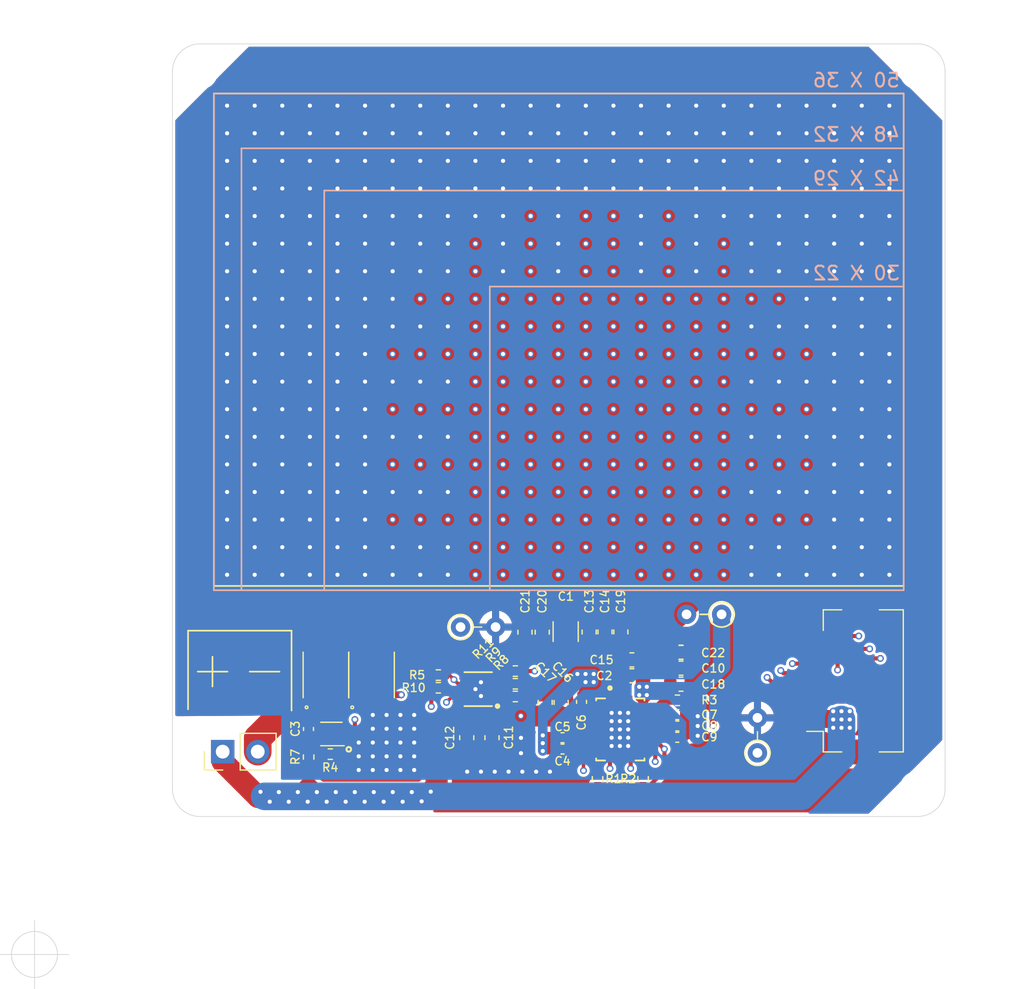
<source format=kicad_pcb>
(kicad_pcb (version 20211014) (generator pcbnew)
  (layers (0 "F.Cu" signal) (1 "In1.Cu" signal) (2 "In2.Cu" signal) (31 "B.Cu" signal) (34 "B.Paste" user) (35 "F.Paste" user) (36 "B.SilkS" user "B.Silkscreen") (37 "F.SilkS" user "F.Silkscreen") (38 "B.Mask" user) (39 "F.Mask" user) (44 "Edge.Cuts" user))
  (net 0 "")
  (net 1 "BAT-")
  (net 2 "Net-(C3-Pad1)")
  (net 3 "Net-(R4-Pad1)")
  (net 4 "Net-(U3-Pad5)")
  (net 5 "GND")
  (net 6 "BAT+")
  (net 7 "Net-(C1-Pad2)")
  (net 8 "Net-(C1-Pad1)")
  (net 9 "Net-(C4-Pad2)")
  (net 10 "Net-(C5-Pad2)")
  (net 11 "Net-(C6-Pad2)")
  (net 12 "Net-(C7-Pad1)")
  (net 13 "Net-(C8-Pad1)")
  (net 14 "Net-(C9-Pad1)")
  (net 15 "Net-(C10-Pad2)")
  (net 16 "Net-(R1-Pad1)")
  (net 17 "Net-(R2-Pad1)")
  (net 18 "BAT_ISET")
  (net 19 "Net-(R8-Pad1)")
  (net 20 "Net-(R9-Pad1)")
  (net 21 "Net-(R10-Pad1)")
  (net 22 "Net-(R11-Pad1)")
  (net 23 "Net-(TH1-Pad1)")
  (net 24 "Net-(TH2-Pad1)")
  (net 25 "Net-(U1-Pad3)")
  (net 26 "Net-(U1-Pad2)")
  (net 27 "REG_power")
  (net 28 "REG_EN2")
  (net 29 "REG_EN1")
  (net 30 "REG_CHG")
  (net 31 "BAT_PG")
  (net 32 "BAT_CHG")
  (net 33 "Net-(C15-Pad2)")
  (footprint "Capacitor_SMD:C_0402_1005Metric" (layer "F.Cu") (at 141.47 119.45 90)
    (fp_text reference "C3")
    (fp_text value "100nF")
  )
  (footprint "Resistor_SMD:R_0402_1005Metric" (layer "F.Cu") (at 143.05 121.27)
    (fp_text reference "R4")
    (fp_text value "2.2k")
  )
  (footprint "Resistor_SMD:R_0402_1005Metric" (layer "F.Cu") (at 141.48 121.48 90)
    (fp_text reference "R7")
    (fp_text value "330R")
  )
  (footprint "Package_SON:WSON-6_1.5x1.5mm_P0.5mm" (layer "F.Cu") (at 143.109999 119.81 180)
    (fp_text reference "U1" hide)
    (fp_text value "BQ2971")
  )
  (footprint "BC:CSD16406Q3" (layer "F.Cu") (at 146.04 115.529999 90)
    (fp_text reference "U3" hide)
    (fp_text value "CSD16406Q3")
  )
  (footprint "BC:CSD16406Q3" (layer "F.Cu") (at 142.73 115.53 90)
    (fp_text reference "U4" hide)
    (fp_text value "CSD16406Q3")
  )
  (footprint "BQ24040:SON40P200X200X80-11N" (layer "F.Cu") (at 153.77 116.559999 180)
    (fp_text reference "U5" hide)
    (fp_text value "BQ24040DSQT")
  )
  (footprint "MountingHole:MountingHole_2.2mm_M2" (layer "F.Cu") (at 133.61 71.79)
    (fp_text reference "J1" hide)
    (fp_text value "Conn_01x01_Female")
  )
  (footprint "MountingHole:MountingHole_2.2mm_M2" (layer "F.Cu") (at 133.61 123.79)
    (fp_text reference "J2" hide)
    (fp_text value "Conn_01x01_Female")
  )
  (footprint "MountingHole:MountingHole_2.2mm_M2" (layer "F.Cu") (at 185.61 71.79)
    (fp_text reference "J3" hide)
    (fp_text value "Conn_01x01_Female")
  )
  (footprint "MountingHole:MountingHole_2.2mm_M2" (layer "F.Cu") (at 185.61 123.79)
    (fp_text reference "J4" hide)
    (fp_text value "Conn_01x01_Female")
  )
  (footprint "Connector_PinHeader_2.54mm:PinHeader_1x02_P2.54mm_Vertical" (layer "F.Cu") (at 135.25 121.09 90)
    (fp_text reference "J5" hide)
    (fp_text value "BAT")
  )
  (footprint "Capacitor_SMD:C_1206_3216Metric" (layer "F.Cu") (at 160.11 112.39 -90)
    (fp_text reference "C1")
    (fp_text value "100nF")
  )
  (footprint "Capacitor_SMD:C_0603_1608Metric" (layer "F.Cu") (at 164.91 115.59)
    (fp_text reference "C2")
    (fp_text value "1nF")
  )
  (footprint "Capacitor_SMD:C_0402_1005Metric" (layer "F.Cu") (at 159.88 120.9)
    (fp_text reference "C4")
    (fp_text value "22nF")
  )
  (footprint "Capacitor_SMD:C_0402_1005Metric" (layer "F.Cu") (at 159.88 120.08)
    (fp_text reference "C5")
    (fp_text value "470nF")
  )
  (footprint "Capacitor_SMD:C_0402_1005Metric" (layer "F.Cu") (at 161.26 117.48 -90)
    (fp_text reference "C6")
    (fp_text value "10nF")
  )
  (footprint "Capacitor_SMD:C_0402_1005Metric" (layer "F.Cu") (at 168.2 118.41)
    (fp_text reference "C7")
    (fp_text value "10nF")
  )
  (footprint "Capacitor_SMD:C_0402_1005Metric" (layer "F.Cu") (at 168.2 119.23)
    (fp_text reference "C8")
    (fp_text value "470nF")
  )
  (footprint "Capacitor_SMD:C_0402_1005Metric" (layer "F.Cu") (at 168.2 120.05)
    (fp_text reference "C9")
    (fp_text value "22nF")
  )
  (footprint "Capacitor_SMD:C_0603_1608Metric" (layer "F.Cu") (at 168.47 115.04 180)
    (fp_text reference "C10")
    (fp_text value "10uF")
  )
  (footprint "Capacitor_SMD:C_0603_1608Metric" (layer "F.Cu") (at 154.77 120.08 90)
    (fp_text reference "C11")
    (fp_text value "1uF")
  )
  (footprint "Capacitor_SMD:C_0603_1608Metric" (layer "F.Cu") (at 152.94 120.08 -90)
    (fp_text reference "C12")
    (fp_text value "1uF")
  )
  (footprint "Resistor_THT:R_Axial_DIN0204_L3.6mm_D1.6mm_P2.54mm_Vertical" (layer "F.Cu") (at 171.41 111.14 180)
    (fp_text reference "J6" hide)
    (fp_text value "AC")
  )
  (footprint "Resistor_SMD:R_0402_1005Metric" (layer "F.Cu") (at 162.42 123.049999 90)
    (fp_text reference "R1")
    (fp_text value "196R")
  )
  (footprint "Resistor_SMD:R_0402_1005Metric" (layer "F.Cu") (at 165.72 123.05 -90)
    (fp_text reference "R2")
    (fp_text value "20R")
  )
  (footprint "Resistor_SMD:R_0402_1005Metric" (layer "F.Cu") (at 168.21 117.37)
    (fp_text reference "R3")
    (fp_text value "20k")
  )
  (footprint "Resistor_SMD:R_0402_1005Metric" (layer "F.Cu") (at 150.88 115.54 180)
    (fp_text reference "R5")
    (fp_text value "1k")
  )
  (footprint "Resistor_SMD:R_0402_1005Metric" (layer "F.Cu") (at 156.46 117.09)
    (fp_text reference "R8")
    (fp_text value "536R")
  )
  (footprint "Resistor_SMD:R_0402_1005Metric" (layer "F.Cu") (at 156.46 116.17)
    (fp_text reference "R9")
    (fp_text value "2K")
  )
  (footprint "Resistor_SMD:R_0402_1005Metric" (layer "F.Cu") (at 150.88 116.459999 180)
    (fp_text reference "R10")
    (fp_text value "1.5K")
  )
  (footprint "Resistor_SMD:R_0402_1005Metric" (layer "F.Cu") (at 156.459999 115.25)
    (fp_text reference "R11")
    (fp_text value "1.5K")
  )
  (footprint "Resistor_THT:R_Axial_DIN0204_L3.6mm_D1.6mm_P2.54mm_Vertical" (layer "F.Cu") (at 174.01 121.18 90)
    (fp_text reference "TH1" hide)
    (fp_text value "Thermistor_NTC")
  )
  (footprint "Resistor_THT:R_Axial_DIN0204_L3.6mm_D1.6mm_P2.54mm_Vertical" (layer "F.Cu") (at 152.49 112.06)
    (fp_text reference "TH2" hide)
    (fp_text value "Thermistor_NTC")
  )
  (footprint "BQ51013B:IC_MSP430FR2522IRHLR" (layer "F.Cu") (at 164.07 119.48)
    (fp_text reference "U2" hide)
    (fp_text value "BQ51013BRHLR")
  )
  (footprint "Capacitor_SMD:C_0603_1608Metric" (layer "F.Cu") (at 161.81 112.42 -90)
    (fp_text reference "C13")
    (fp_text value "10nF")
  )
  (footprint "Capacitor_SMD:C_0603_1608Metric" (layer "F.Cu") (at 164.91 114.44)
    (fp_text reference "C15")
    (fp_text value "1nF")
  )
  (footprint "Capacitor_SMD:C_0603_1608Metric" (layer "F.Cu") (at 159.78 117.52 -90)
    (fp_text reference "C16")
    (fp_text value "10uF")
  )
  (footprint "Capacitor_SMD:C_0603_1608Metric" (layer "F.Cu") (at 158.62 117.52 -90)
    (fp_text reference "C17")
    (fp_text value "0.1uF")
  )
  (footprint "Capacitor_SMD:C_0603_1608Metric" (layer "F.Cu") (at 168.47 116.2 180)
    (fp_text reference "C18")
    (fp_text value "0.1uF")
  )
  (footprint "Connector_FFC-FPC:Hirose_FH12-14S-0.5SH_1x14-1MP_P0.50mm_Horizontal" (layer "F.Cu") (at 180.08 115.96 90)
    (fp_text reference "J7" hide)
    (fp_text value "Conn_01x14")
  )
  (footprint "Capacitor_SMD:C_0603_1608Metric" (layer "F.Cu") (at 162.96 112.41 -90)
    (fp_text reference "C14")
    (fp_text value "10nF")
  )
  (footprint "Capacitor_SMD:C_0603_1608Metric" (layer "F.Cu") (at 164.11 112.41 -90)
    (fp_text reference "C19")
    (fp_text value "10nF")
  )
  (footprint "Capacitor_SMD:C_0603_1608Metric" (layer "F.Cu") (at 158.41 112.43 -90)
    (fp_text reference "C20")
    (fp_text value "10nF")
  )
  (footprint "Capacitor_SMD:C_0603_1608Metric" (layer "F.Cu") (at 157.16 112.43 -90)
    (fp_text reference "C21")
    (fp_text value "2.2nF")
  )
  (footprint "Capacitor_SMD:C_0603_1608Metric" (layer "F.Cu") (at 168.47 113.89 180)
    (fp_text reference "C22")
    (fp_text value "10uF")
  )
  (gr_line (start 184.61 73.39) (end 134.61 73.39) (layer "B.SilkS") (width 0.12))
  (gr_line (start 142.61 80.42) (end 142.61 109.39) (layer "B.SilkS") (width 0.12))
  (gr_line (start 184.61 80.42) (end 142.61 80.42) (layer "B.SilkS") (width 0.12))
  (gr_line (start 136.61 77.36) (end 184.61 77.36) (layer "B.SilkS") (width 0.12))
  (gr_line (start 154.61 87.38) (end 154.61 109.39) (layer "B.SilkS") (width 0.12))
  (gr_line (start 184.61 109.39) (end 184.61 73.39) (layer "B.SilkS") (width 0.12))
  (gr_line (start 184.61 87.38) (end 154.61 87.38) (layer "B.SilkS") (width 0.12))
  (gr_line (start 136.61 77.36) (end 136.61 109.39) (layer "B.SilkS") (width 0.12))
  (gr_line (start 134.61 109.39) (end 184.61 109.39) (layer "B.SilkS") (width 0.12))
  (gr_line (start 134.61 73.39) (end 134.61 109.39) (layer "B.SilkS") (width 0.12))
  (gr_line (start 184.61 73.39) (end 184.61 109.08) (layer "F.SilkS") (width 0.12))
  (gr_line (start 134.61 109.08) (end 184.61 109.08) (layer "F.SilkS") (width 0.12))
  (gr_line (start 132.74 112.32) (end 140.24 112.32) (layer "F.SilkS") (width 0.12))
  (gr_line (start 140.24 112.32) (end 140.24 118.11) (layer "F.SilkS") (width 0.12))
  (gr_line (start 134.51 116.37) (end 134.51 114.21) (layer "F.SilkS") (width 0.12))
  (gr_line (start 137.21 115.29) (end 139.37 115.29) (layer "F.SilkS") (width 0.12))
  (gr_line (start 133.44 115.29) (end 135.6 115.29) (layer "F.SilkS") (width 0.12))
  (gr_line (start 134.61 73.39) (end 184.61 73.39) (layer "F.SilkS") (width 0.12))
  (gr_line (start 134.61 73.39) (end 134.61 109.08) (layer "F.SilkS") (width 0.12))
  (gr_line (start 132.74 112.32) (end 132.74 118.02) (layer "F.SilkS") (width 0.12))
  (gr_circle (center 144.39 120.92) (end 144.555529 120.92) (layer "F.SilkS") (width 0.15) (fill none))
  (gr_line (start 133.610001 125.790001) (end 185.61 125.79) (layer "Edge.Cuts") (width 0.05))
  (gr_line (start 131.61 123.79) (end 131.61 71.79) (layer "Edge.Cuts") (width 0.05))
  (gr_line (start 187.610001 123.789999) (end 187.61 71.79) (layer "Edge.Cuts") (width 0.05))
  (gr_arc (start 187.610001 123.789999) (mid 187.024214 125.204213) (end 185.61 125.79) (layer "Edge.Cuts") (width 0.05))
  (gr_arc (start 133.610001 125.790001) (mid 132.195787 125.204214) (end 131.61 123.79) (layer "Edge.Cuts") (width 0.05))
  (gr_arc (start 131.61 71.79) (mid 132.195787 70.375786) (end 133.610001 69.789999) (layer "Edge.Cuts") (width 0.05))
  (gr_arc (start 185.609999 69.789999) (mid 187.024213 70.375786) (end 187.61 71.79) (layer "Edge.Cuts") (width 0.05))
  (gr_line (start 133.610001 69.789999) (end 185.609999 69.789999) (layer "Edge.Cuts") (width 0.05))
  (gr_text "50 X 36" (at 181.18 72.43) (layer "B.SilkS") (effects (font (size 1 1)) (justify mirror)))
  (gr_text "30 X 22" (at 181.18 86.41) (layer "B.SilkS") (effects (font (size 1 1)) (justify mirror)))
  (gr_text "42 X 29" (at 181.18 79.54) (layer "B.SilkS") (effects (font (size 1 1)) (justify mirror)))
  (gr_text "48 X 32" (at 181.18 76.36) (layer "B.SilkS") (effects (font (size 1 1)) (justify mirror)))
  (target plus (at 121.61 135.79) (size 5) (width 0.05) (layer "Edge.Cuts"))
  (segment (start 143.05 117.03) (end 141.76 117.030001) (width 0.5) (layer "F.Cu") (net 1))
  (segment (start 142.66 119.18) (end 142.66 118.6) (width 0.5) (layer "F.Cu") (net 1))
  (segment (start 141.41 117.67) (end 141.41 118.97) (width 0.5) (layer "F.Cu") (net 1))
  (segment (start 141.48 118.56) (end 142.54 118.56) (width 0.5) (layer "F.Cu") (net 1))
  (segment (start 141.51 118.27) (end 142.57 118.27) (width 0.5) (layer "F.Cu") (net 1))
  (segment (start 142.23 118.17) (end 142.23 117.11) (width 0.5) (layer "F.Cu") (net 1))
  (segment (start 142.66 118.48) (end 142.66 117.42) (width 0.5) (layer "F.Cu") (net 1))
  (segment (start 141.329533 118.999533) (end 140.58 118.25) (width 0.5) (layer "F.Cu") (net 1))
  (segment (start 143.05 117.25) (end 142.300467 117.999533) (width 0.5) (layer "F.Cu") (net 1))
  (segment (start 141.15 118.87) (end 140.09 118.87) (width 0.5) (layer "F.Cu") (net 1))
  (segment (start 141.759411 116.969411) (end 141.755001 116.965) (width 0.5) (layer "F.Cu") (net 1))
  (segment (start 141.15 117.65) (end 140.21 117.65) (width 2) (layer "F.Cu") (net 1))
  (segment (start 141.43 117.829999) (end 141.43 117.239999) (width 0.5) (layer "F.Cu") (net 1))
  (segment (start 143.05 116.9) (end 141.75 116.9) (width 0.5) (layer "F.Cu") (net 1))
  (segment (start 142.42 118.61) (end 142.59 118.44) (width 0.5) (layer "F.Cu") (net 1))
  (segment (start 140.21 117.69) (end 137.79 120.11) (width 2) (layer "F.Cu") (net 1))
  (segment (start 142.42 119.19) (end 142.42 118.61) (width 0.5) (layer "F.Cu") (net 1))
  (segment (start 141.568909 116.9) (end 141.18 116.9) (width 0.5) (layer "F.Cu") (net 1))
  (segment (start 137.79 120.11) (end 137.79 121.09) (width 2) (layer "F.Cu") (net 1))
  (segment (start 140.21 117.65) (end 140.21 117.69) (width 2) (layer "F.Cu") (net 1))
  (segment (start 141.749412 116.970589) (end 141.755001 116.965) (width 0.5) (layer "F.Cu") (net 1))
  (segment (start 141.41 118.99) (end 142.47 118.99) (width 0.5) (layer "F.Cu") (net 1))
  (segment (start 141.479999 118.790001) (end 141.480001 118.79) (width 0.5) (layer "F.Cu") (net 1))
  (segment (start 141.6 119.81) (end 141.45 119.96) (width 0.3) (layer "F.Cu") (net 2))
  (segment (start 141.469998 120.73) (end 141.469999 119.930001) (width 0.5) (layer "F.Cu") (net 2))
  (segment (start 142.534999 119.81) (end 141.6 119.81) (width 0.3) (layer "F.Cu") (net 2))
  (segment (start 142.539999 120.42) (end 142.54 121.324998) (width 0.5) (layer "F.Cu") (net 3))
  (segment (start 143.625 114.95) (end 145.075 114.95) (width 0.5) (layer "F.Cu") (net 4))
  (segment (start 143.705 115.7) (end 145.155 115.7) (width 0.5) (layer "F.Cu") (net 4))
  (segment (start 143.665 115.39) (end 145.115 115.39) (width 0.5) (layer "F.Cu") (net 4))
  (segment (start 141.75 114.56) (end 147.01 114.559999) (width 0.5) (layer "F.Cu") (net 4))
  (segment (start 141.755 114.095) (end 147.015 114.094999) (width 0.5) (layer "F.Cu") (net 4))
  (segment (start 143.695 115.82) (end 145.145 115.82) (width 0.5) (layer "F.Cu") (net 4))
  (segment (start 146.36 116.9) (end 145.06 116.9) (width 0.5) (layer "F.Cu") (net 5))
  (segment (start 146.35 117.03) (end 145.05 117.03) (width 0.5) (layer "F.Cu") (net 5))
  (segment (start 162.58 121.27) (end 162.58 122.52) (width 0.3) (layer "F.Cu") (net 5))
  (segment (start 162.270001 121.29) (end 162.27 122.54) (width 0.3) (layer "F.Cu") (net 5))
  (segment (start 177.73 116.21) (end 177.73 117.71) (width 0.3) (layer "F.Cu") (net 5))
  (segment (start 177.97 116.22) (end 177.97 117.72) (width 0.3) (layer "F.Cu") (net 5))
  (segment (start 178.73 116.21) (end 178.73 117.71) (width 0.3) (layer "F.Cu") (net 5))
  (segment (start 178.47 116.21) (end 178.47 117.71) (width 0.3) (layer "F.Cu") (net 5))
  (segment (start 162.44 121.61) (end 163.69 120.36) (width 0.3) (layer "F.Cu") (net 5))
  (segment (start 164.12 119.94) (end 164.12 119.44) (width 0.3) (layer "F.Cu") (net 5))
  (segment (start 162.42 121.23) (end 162.82 121.23) (width 0.3) (layer "F.Cu") (net 5))
  (segment (start 162.42 121.23) (end 162.420001 122.48) (width 0.3) (layer "F.Cu") (net 5))
  (segment (start 164.82 118.73) (end 164.07 119.48) (width 0.25) (layer "F.Cu") (net 5))
  (segment (start 154.754999 116.559999) (end 153.77 116.559999) (width 0.25) (layer "F.Cu") (net 5))
  (segment (start 143.56 121.27) (end 143.56 121.31) (width 0.5) (layer "F.Cu") (net 5))
  (segment (start 163.32 118.73) (end 164.07 119.48) (width 0.25) (layer "F.Cu") (net 5))
  (segment (start 178.23 116.21) (end 178.23 117.71) (width 0.3) (layer "F.Cu") (net 5))
  (segment (start 163.32 117.33) (end 163.32 118.73) (width 0.25) (layer "F.Cu") (net 5))
  (segment (start 162.82 121.23) (end 164.07 119.98) (width 0.3) (layer "F.Cu") (net 5))
  (segment (start 164.82 117.33) (end 164.82 118.73) (width 0.25) (layer "F.Cu") (net 5))
  (segment (start 156.97 117.09) (end 156.97 116.169999) (width 0.5) (layer "F.Cu") (net 5))
  (via (at 153.97 116.06) (size 0.5) (drill 0.3) (layers "F.Cu" "B.Cu") (net 5))
  (via (at 152.97 122.54) (size 0.5) (drill 0.3) (layers "F.Cu" "B.Cu") (net 5))
  (via (at 135.57 74.27) (size 0.5) (drill 0.3) (layers "F.Cu" "B.Cu") (net 5))
  (via (at 164.04 118.28) (size 0.45) (drill 0.3) (layers "F.Cu" "B.Cu") (net 5))
  (via (at 164.64 118.28) (size 0.45) (drill 0.3) (layers "F.Cu" "B.Cu") (net 5))
  (via (at 163.44 118.88) (size 0.45) (drill 0.3) (layers "F.Cu" "B.Cu") (net 5))
  (via (at 164.04 118.88) (size 0.45) (drill 0.3) (layers "F.Cu" "B.Cu") (net 5))
  (via (at 164.64 118.88) (size 0.45) (drill 0.3) (layers "F.Cu" "B.Cu") (net 5))
  (via (at 163.44 119.48) (size 0.45) (drill 0.3) (layers "F.Cu" "B.Cu") (net 5))
  (via (at 164.04 119.48) (size 0.45) (drill 0.3) (layers "F.Cu" "B.Cu") (net 5))
  (via (at 164.64 119.48) (size 0.45) (drill 0.3) (layers "F.Cu" "B.Cu") (net 5))
  (via (at 163.44 120.08) (size 0.45) (drill 0.3) (layers "F.Cu" "B.Cu") (net 5))
  (via (at 164.04 120.08) (size 0.45) (drill 0.3) (layers "F.Cu" "B.Cu") (net 5))
  (via (at 164.64 120.08) (size 0.45) (drill 0.3) (layers "F.Cu" "B.Cu") (net 5))
  (via (at 163.44 120.68) (size 0.45) (drill 0.3) (layers "F.Cu" "B.Cu") (net 5))
  (via (at 164.04 120.68) (size 0.45) (drill 0.3) (layers "F.Cu" "B.Cu") (net 5))
  (via (at 164.64 120.68) (size 0.45) (drill 0.3) (layers "F.Cu" "B.Cu") (net 5))
  (via (at 147.13 118.43) (size 0.5) (drill 0.3) (layers "F.Cu" "B.Cu") (net 5))
  (via (at 148.13 118.43) (size 0.5) (drill 0.3) (layers "F.Cu" "B.Cu") (net 5))
  (via (at 149.13 118.43) (size 0.5) (drill 0.3) (layers "F.Cu" "B.Cu") (net 5))
  (via (at 146.13 119.43) (size 0.5) (drill 0.3) (layers "F.Cu" "B.Cu") (net 5))
  (via (at 147.13 119.43) (size 0.5) (drill 0.3) (layers "F.Cu" "B.Cu") (net 5))
  (via (at 148.13 119.43) (size 0.5) (drill 0.3) (layers "F.Cu" "B.Cu") (net 5))
  (via (at 149.13 119.43) (size 0.5) (drill 0.3) (layers "F.Cu" "B.Cu") (net 5))
  (via (at 146.13 120.43) (size 0.5) (drill 0.3) (layers "F.Cu" "B.Cu") (net 5))
  (via (at 147.13 120.43) (size 0.5) (drill 0.3) (layers "F.Cu" "B.Cu") (net 5))
  (via (at 148.13 120.43) (size 0.5) (drill 0.3) (layers "F.Cu" "B.Cu") (net 5))
  (via (at 149.13 120.43) (size 0.5) (drill 0.3) (layers "F.Cu" "B.Cu") (net 5))
  (via (at 146.13 121.43) (size 0.5) (drill 0.3) (layers "F.Cu" "B.Cu") (net 5))
  (via (at 147.13 121.43) (size 0.5) (drill 0.3) (layers "F.Cu" "B.Cu") (net 5))
  (via (at 148.13 121.43) (size 0.5) (drill 0.3) (layers "F.Cu" "B.Cu") (net 5))
  (via (at 149.13 121.43) (size 0.5) (drill 0.3) (layers "F.Cu" "B.Cu") (net 5))
  (via (at 147.13 122.42) (size 0.5) (drill 0.3) (layers "F.Cu" "B.Cu") (net 5))
  (via (at 146.13 122.42) (size 0.5) (drill 0.3) (layers "F.Cu" "B.Cu") (net 5))
  (via (at 149.13 122.42) (size 0.5) (drill 0.3) (layers "F.Cu" "B.Cu") (net 5))
  (via (at 148.13 122.42) (size 0.5) (drill 0.3) (layers "F.Cu" "B.Cu") (net 5))
  (via (at 145.11 120.43) (size 0.5) (drill 0.3) (layers "F.Cu" "B.Cu") (net 5))
  (via (at 145.11 121.43) (size 0.5) (drill 0.3) (layers "F.Cu" "B.Cu") (net 5))
  (via (at 145.11 122.42) (size 0.5) (drill 0.3) (layers "F.Cu" "B.Cu") (net 5))
  (via (at 153.97 122.54) (size 0.5) (drill 0.3) (layers "F.Cu" "B.Cu") (net 5))
  (via (at 154.97 122.54) (size 0.5) (drill 0.3) (layers "F.Cu" "B.Cu") (net 5))
  (via (at 155.97 122.54) (size 0.5) (drill 0.3) (layers "F.Cu" "B.Cu") (net 5))
  (via (at 156.97 122.54) (size 0.5) (drill 0.3) (layers "F.Cu" "B.Cu") (net 5))
  (via (at 157.97 122.54) (size 0.5) (drill 0.3) (layers "F.Cu" "B.Cu") (net 5))
  (via (at 158.97 122.54) (size 0.5) (drill 0.3) (layers "F.Cu" "B.Cu") (net 5))
  (via (at 156.87 121.2) (size 0.5) (drill 0.3) (layers "F.Cu" "B.Cu") (net 5))
  (via (at 156.87 120.09) (size 0.5) (drill 0.3) (layers "F.Cu" "B.Cu") (net 5))
  (via (at 163.44 118.28) (size 0.45) (drill 0.3) (layers "F.Cu" "B.Cu") (net 5))
  (via (at 137.57 74.27) (size 0.5) (drill 0.3) (layers "F.Cu" "B.Cu") (net 5))
  (via (at 139.57 74.27) (size 0.5) (drill 0.3) (layers "F.Cu" "B.Cu") (net 5))
  (via (at 141.57 74.27) (size 0.5) (drill 0.3) (layers "F.Cu" "B.Cu") (net 5))
  (via (at 143.57 74.27) (size 0.5) (drill 0.3) (layers "F.Cu" "B.Cu") (net 5))
  (via (at 145.57 74.27) (size 0.5) (drill 0.3) (layers "F.Cu" "B.Cu") (net 5))
  (via (at 147.57 74.27) (size 0.5) (drill 0.3) (layers "F.Cu" "B.Cu") (net 5))
  (via (at 149.57 74.27) (size 0.5) (drill 0.3) (layers "F.Cu" "B.Cu") (net 5))
  (via (at 151.57 74.27) (size 0.5) (drill 0.3) (layers "F.Cu" "B.Cu") (net 5))
  (via (at 153.57 74.27) (size 0.5) (drill 0.3) (layers "F.Cu" "B.Cu") (net 5))
  (via (at 155.57 74.27) (size 0.5) (drill 0.3) (layers "F.Cu" "B.Cu") (net 5))
  (via (at 157.57 74.27) (size 0.5) (drill 0.3) (layers "F.Cu" "B.Cu") (net 5))
  (via (at 159.57 74.27) (size 0.5) (drill 0.3) (layers "F.Cu" "B.Cu") (net 5))
  (via (at 161.57 74.27) (size 0.5) (drill 0.3) (layers "F.Cu" "B.Cu") (net 5))
  (via (at 163.57 74.27) (size 0.5) (drill 0.3) (layers "F.Cu" "B.Cu") (net 5))
  (via (at 165.57 74.27) (size 0.5) (drill 0.3) (layers "F.Cu" "B.Cu") (net 5))
  (via (at 167.57 74.27) (size 0.5) (drill 0.3) (layers "F.Cu" "B.Cu") (net 5))
  (via (at 169.57 74.27) (size 0.5) (drill 0.3) (layers "F.Cu" "B.Cu") (net 5))
  (via (at 171.57 74.27) (size 0.5) (drill 0.3) (layers "F.Cu" "B.Cu") (net 5))
  (via (at 173.57 74.27) (size 0.5) (drill 0.3) (layers "F.Cu" "B.Cu") (net 5))
  (via (at 175.57 74.27) (size 0.5) (drill 0.3) (layers "F.Cu" "B.Cu") (net 5))
  (via (at 177.57 74.27) (size 0.5) (drill 0.3) (layers "F.Cu" "B.Cu") (net 5))
  (via (at 179.57 74.27) (size 0.5) (drill 0.3) (layers "F.Cu" "B.Cu") (net 5))
  (via (at 181.57 74.27) (size 0.5) (drill 0.3) (layers "F.Cu" "B.Cu") (net 5))
  (via (at 183.57 74.27) (size 0.5) (drill 0.3) (layers "F.Cu" "B.Cu") (net 5))
  (via (at 183.57 76.27) (size 0.5) (drill 0.3) (layers "F.Cu" "B.Cu") (net 5))
  (via (at 181.57 76.27) (size 0.5) (drill 0.3) (layers "F.Cu" "B.Cu") (net 5))
  (via (at 179.57 76.27) (size 0.5) (drill 0.3) (layers "F.Cu" "B.Cu") (net 5))
  (via (at 177.57 76.27) (size 0.5) (drill 0.3) (layers "F.Cu" "B.Cu") (net 5))
  (via (at 175.57 76.27) (size 0.5) (drill 0.3) (layers "F.Cu" "B.Cu") (net 5))
  (via (at 173.57 76.27) (size 0.5) (drill 0.3) (layers "F.Cu" "B.Cu") (net 5))
  (via (at 171.57 76.27) (size 0.5) (drill 0.3) (layers "F.Cu" "B.Cu") (net 5))
  (via (at 169.57 76.27) (size 0.5) (drill 0.3) (layers "F.Cu" "B.Cu") (net 5))
  (via (at 167.57 76.27) (size 0.5) (drill 0.3) (layers "F.Cu" "B.Cu") (net 5))
  (via (at 165.57 76.27) (size 0.5) (drill 0.3) (layers "F.Cu" "B.Cu") (net 5))
  (via (at 163.57 76.27) (size 0.5) (drill 0.3) (layers "F.Cu" "B.Cu") (net 5))
  (via (at 161.57 76.27) (size 0.5) (drill 0.3) (layers "F.Cu" "B.Cu") (net 5))
  (via (at 159.57 76.27) (size 0.5) (drill 0.3) (layers "F.Cu" "B.Cu") (net 5))
  (via (at 157.57 76.27) (size 0.5) (drill 0.3) (layers "F.Cu" "B.Cu") (net 5))
  (via (at 155.57 76.27) (size 0.5) (drill 0.3) (layers "F.Cu" "B.Cu") (net 5))
  (via (at 153.57 76.27) (size 0.5) (drill 0.3) (layers "F.Cu" "B.Cu") (net 5))
  (via (at 151.57 76.27) (size 0.5) (drill 0.3) (layers "F.Cu" "B.Cu") (net 5))
  (via (at 149.57 76.27) (size 0.5) (drill 0.3) (layers "F.Cu" "B.Cu") (net 5))
  (via (at 147.57 76.27) (size 0.5) (drill 0.3) (layers "F.Cu" "B.Cu") (net 5))
  (via (at 145.57 76.27) (size 0.5) (drill 0.3) (layers "F.Cu" "B.Cu") (net 5))
  (via (at 143.57 76.27) (size 0.5) (drill 0.3) (layers "F.Cu" "B.Cu") (net 5))
  (via (at 141.57 76.27) (size 0.5) (drill 0.3) (layers "F.Cu" "B.Cu") (net 5))
  (via (at 139.57 76.27) (size 0.5) (drill 0.3) (layers "F.Cu" "B.Cu") (net 5))
  (via (at 137.57 76.27) (size 0.5) (drill 0.3) (layers "F.Cu" "B.Cu") (net 5))
  (via (at 135.57 76.27) (size 0.5) (drill 0.3) (layers "F.Cu" "B.Cu") (net 5))
  (via (at 135.57 78.27) (size 0.5) (drill 0.3) (layers "F.Cu" "B.Cu") (net 5))
  (via (at 137.57 78.27) (size 0.5) (drill 0.3) (layers "F.Cu" "B.Cu") (net 5))
  (via (at 139.57 78.27) (size 0.5) (drill 0.3) (layers "F.Cu" "B.Cu") (net 5))
  (via (at 141.57 78.27) (size 0.5) (drill 0.3) (layers "F.Cu" "B.Cu") (net 5))
  (via (at 143.57 78.27) (size 0.5) (drill 0.3) (layers "F.Cu" "B.Cu") (net 5))
  (via (at 145.57 78.27) (size 0.5) (drill 0.3) (layers "F.Cu" "B.Cu") (net 5))
  (via (at 147.57 78.27) (size 0.5) (drill 0.3) (layers "F.Cu" "B.Cu") (net 5))
  (via (at 149.57 78.27) (size 0.5) (drill 0.3) (layers "F.Cu" "B.Cu") (net 5))
  (via (at 151.57 78.27) (size 0.5) (drill 0.3) (layers "F.Cu" "B.Cu") (net 5))
  (via (at 153.57 78.27) (size 0.5) (drill 0.3) (layers "F.Cu" "B.Cu") (net 5))
  (via (at 155.57 78.27) (size 0.5) (drill 0.3) (layers "F.Cu" "B.Cu") (net 5))
  (via (at 157.57 78.27) (size 0.5) (drill 0.3) (layers "F.Cu" "B.Cu") (net 5))
  (via (at 159.57 78.27) (size 0.5) (drill 0.3) (layers "F.Cu" "B.Cu") (net 5))
  (via (at 161.57 78.27) (size 0.5) (drill 0.3) (layers "F.Cu" "B.Cu") (net 5))
  (via (at 163.57 78.27) (size 0.5) (drill 0.3) (layers "F.Cu" "B.Cu") (net 5))
  (via (at 165.57 78.27) (size 0.5) (drill 0.3) (layers "F.Cu" "B.Cu") (net 5))
  (via (at 167.57 78.27) (size 0.5) (drill 0.3) (layers "F.Cu" "B.Cu") (net 5))
  (via (at 169.57 78.27) (size 0.5) (drill 0.3) (layers "F.Cu" "B.Cu") (net 5))
  (via (at 171.57 78.27) (size 0.5) (drill 0.3) (layers "F.Cu" "B.Cu") (net 5))
  (via (at 173.57 78.27) (size 0.5) (drill 0.3) (layers "F.Cu" "B.Cu") (net 5))
  (via (at 175.57 78.27) (size 0.5) (drill 0.3) (layers "F.Cu" "B.Cu") (net 5))
  (via (at 177.57 78.27) (size 0.5) (drill 0.3) (layers "F.Cu" "B.Cu") (net 5))
  (via (at 179.57 78.27) (size 0.5) (drill 0.3) (layers "F.Cu" "B.Cu") (net 5))
  (via (at 181.57 78.27) (size 0.5) (drill 0.3) (layers "F.Cu" "B.Cu") (net 5))
  (via (at 183.57 78.27) (size 0.5) (drill 0.3) (layers "F.Cu" "B.Cu") (net 5))
  (via (at 183.57 80.27) (size 0.5) (drill 0.3) (layers "F.Cu" "B.Cu") (net 5))
  (via (at 181.57 80.27) (size 0.5) (drill 0.3) (layers "F.Cu" "B.Cu") (net 5))
  (via (at 179.57 80.27) (size 0.5) (drill 0.3) (layers "F.Cu" "B.Cu") (net 5))
  (via (at 177.57 80.27) (size 0.5) (drill 0.3) (layers "F.Cu" "B.Cu") (net 5))
  (via (at 175.57 80.27) (size 0.5) (drill 0.3) (layers "F.Cu" "B.Cu") (net 5))
  (via (at 173.57 80.27) (size 0.5) (drill 0.3) (layers "F.Cu" "B.Cu") (net 5))
  (via (at 171.57 80.27) (size 0.5) (drill 0.3) (layers "F.Cu" "B.Cu") (net 5))
  (via (at 169.57 80.27) (size 0.5) (drill 0.3) (layers "F.Cu" "B.Cu") (net 5))
  (via (at 167.57 80.27) (size 0.5) (drill 0.3) (layers "F.Cu" "B.Cu") (net 5))
  (via (at 165.57 80.27) (size 0.5) (drill 0.3) (layers "F.Cu" "B.Cu") (net 5))
  (via (at 163.57 80.27) (size 0.5) (drill 0.3) (layers "F.Cu" "B.Cu") (net 5))
  (via (at 161.57 80.27) (size 0.5) (drill 0.3) (layers "F.Cu" "B.Cu") (net 5))
  (via (at 159.57 80.27) (size 0.5) (drill 0.3) (layers "F.Cu" "B.Cu") (net 5))
  (via (at 157.57 80.27) (size 0.5) (drill 0.3) (layers "F.Cu" "B.Cu") (net 5))
  (via (at 155.57 80.27) (size 0.5) (drill 0.3) (layers "F.Cu" "B.Cu") (net 5))
  (via (at 153.57 80.27) (size 0.5) (drill 0.3) (layers "F.Cu" "B.Cu") (net 5))
  (via (at 151.57 80.27) (size 0.5) (drill 0.3) (layers "F.Cu" "B.Cu") (net 5))
  (via (at 149.57 80.27) (size 0.5) (drill 0.3) (layers "F.Cu" "B.Cu") (net 5))
  (via (at 147.57 80.27) (size 0.5) (drill 0.3) (layers "F.Cu" "B.Cu") (net 5))
  (via (at 145.57 80.27) (size 0.5) (drill 0.3) (layers "F.Cu" "B.Cu") (net 5))
  (via (at 143.57 80.27) (size 0.5) (drill 0.3) (layers "F.Cu" "B.Cu") (net 5))
  (via (at 141.57 80.27) (size 0.5) (drill 0.3) (layers "F.Cu" "B.Cu") (net 5))
  (via (at 139.57 80.27) (size 0.5) (drill 0.3) (layers "F.Cu" "B.Cu") (net 5))
  (via (at 137.57 80.27) (size 0.5) (drill 0.3) (layers "F.Cu" "B.Cu") (net 5))
  (via (at 135.57 80.27) (size 0.5) (drill 0.3) (layers "F.Cu" "B.Cu") (net 5))
  (via (at 135.57 82.27) (size 0.5) (drill 0.3) (layers "F.Cu" "B.Cu") (net 5))
  (via (at 137.57 82.27) (size 0.5) (drill 0.3) (layers "F.Cu" "B.Cu") (net 5))
  (via (at 139.57 82.27) (size 0.5) (drill 0.3) (layers "F.Cu" "B.Cu") (net 5))
  (via (at 141.57 82.27) (size 0.5) (drill 0.3) (layers "F.Cu" "B.Cu") (net 5))
  (via (at 143.57 82.27) (size 0.5) (drill 0.3) (layers "F.Cu" "B.Cu") (net 5))
  (via (at 145.57 82.27) (size 0.5) (drill 0.3) (layers "F.Cu" "B.Cu") (net 5))
  (via (at 147.57 82.27) (size 0.5) (drill 0.3) (layers "F.Cu" "B.Cu") (net 5))
  (via (at 149.57 82.27) (size 0.5) (drill 0.3) (layers "F.Cu" "B.Cu") (net 5))
  (via (at 151.57 82.27) (size 0.5) (drill 0.3) (layers "F.Cu" "B.Cu") (net 5))
  (via (at 153.57 82.27) (size 0.5) (drill 0.3) (layers "F.Cu" "B.Cu") (net 5))
  (via (at 155.57 82.27) (size 0.5) (drill 0.3) (layers "F.Cu" "B.Cu") (net 5))
  (via (at 159.57 82.27) (size 0.5) (drill 0.3) (layers "F.Cu" "B.Cu") (net 5))
  (via (at 165.57 82.27) (size 0.5) (drill 0.3) (layers "F.Cu" "B.Cu") (net 5))
  (via (at 169.57 82.27) (size 0.5) (drill 0.3) (layers "F.Cu" "B.Cu") (net 5))
  (via (at 171.57 82.27) (size 0.5) (drill 0.3) (layers "F.Cu" "B.Cu") (net 5))
  (via (at 173.57 82.27) (size 0.5) (drill 0.3) (layers "F.Cu" "B.Cu") (net 5))
  (via (at 175.57 82.27) (size 0.5) (drill 0.3) (layers "F.Cu" "B.Cu") (net 5))
  (via (at 177.57 82.27) (size 0.5) (drill 0.3) (layers "F.Cu" "B.Cu") (net 5))
  (via (at 179.57 82.27) (size 0.5) (drill 0.3) (layers "F.Cu" "B.Cu") (net 5))
  (via (at 181.57 82.27) (size 0.5) (drill 0.3) (layers "F.Cu" "B.Cu") (net 5))
  (via (at 183.57 82.27) (size 0.5) (drill 0.3) (layers "F.Cu" "B.Cu") (net 5))
  (via (at 183.57 84.27) (size 0.5) (drill 0.3) (layers "F.Cu" "B.Cu") (net 5))
  (via (at 181.57 84.27) (size 0.5) (drill 0.3) (layers "F.Cu" "B.Cu") (net 5))
  (via (at 179.57 84.27) (size 0.5) (drill 0.3) (layers "F.Cu" "B.Cu") (net 5))
  (via (at 177.57 84.27) (size 0.5) (drill 0.3) (layers "F.Cu" "B.Cu") (net 5))
  (via (at 175.57 84.27) (size 0.5) (drill 0.3) (layers "F.Cu" "B.Cu") (net 5))
  (via (at 173.57 84.27) (size 0.5) (drill 0.3) (layers "F.Cu" "B.Cu") (net 5))
  (via (at 169.57 84.27) (size 0.5) (drill 0.3) (layers "F.Cu" "B.Cu") (net 5))
  (via (at 165.57 84.27) (size 0.5) (drill 0.3) (layers "F.Cu" "B.Cu") (net 5))
  (via (at 159.57 84.27) (size 0.5) (drill 0.3) (layers "F.Cu" "B.Cu") (net 5))
  (via (at 155.57 84.27) (size 0.5) (drill 0.3) (layers "F.Cu" "B.Cu") (net 5))
  (via (at 151.57 84.27) (size 0.5) (drill 0.3) (layers "F.Cu" "B.Cu") (net 5))
  (via (at 149.57 84.27) (size 0.5) (drill 0.3) (layers "F.Cu" "B.Cu") (net 5))
  (via (at 147.57 84.27) (size 0.5) (drill 0.3) (layers "F.Cu" "B.Cu") (net 5))
  (via (at 145.57 84.27) (size 0.5) (drill 0.3) (layers "F.Cu" "B.Cu") (net 5))
  (via (at 143.57 84.27) (size 0.5) (drill 0.3) (layers "F.Cu" "B.Cu") (net 5))
  (via (at 141.57 84.27) (size 0.5) (drill 0.3) (layers "F.Cu" "B.Cu") (net 5))
  (via (at 139.57 84.27) (size 0.5) (drill 0.3) (layers "F.Cu" "B.Cu") (net 5))
  (via (at 137.57 84.27) (size 0.5) (drill 0.3) (layers "F.Cu" "B.Cu") (net 5))
  (via (at 135.57 84.27) (size 0.5) (drill 0.3) (layers "F.Cu" "B.Cu") (net 5))
  (via (at 135.57 86.27) (size 0.5) (drill 0.3) (layers "F.Cu" "B.Cu") (net 5))
  (via (at 137.57 86.27) (size 0.5) (drill 0.3) (layers "F.Cu" "B.Cu") (net 5))
  (via (at 139.57 86.27) (size 0.5) (drill 0.3) (layers "F.Cu" "B.Cu") (net 5))
  (via (at 141.57 86.27) (size 0.5) (drill 0.3) (layers "F.Cu" "B.Cu") (net 5))
  (via (at 143.57 86.27) (size 0.5) (drill 0.3) (layers "F.Cu" "B.Cu") (net 5))
  (via (at 145.57 86.27) (size 0.5) (drill 0.3) (layers "F.Cu" "B.Cu") (net 5))
  (via (at 147.57 86.27) (size 0.5) (drill 0.3) (layers "F.Cu" "B.Cu") (net 5))
  (via (at 149.57 86.27) (size 0.5) (drill 0.3) (layers "F.Cu" "B.Cu") (net 5))
  (via (at 151.57 86.27) (size 0.5) (drill 0.3) (layers "F.Cu" "B.Cu") (net 5))
  (via (at 155.57 86.27) (size 0.5) (drill 0.3) (layers "F.Cu" "B.Cu") (net 5))
  (via (at 159.57 86.27) (size 0.5) (drill 0.3) (layers "F.Cu" "B.Cu") (net 5))
  (via (at 165.57 86.27) (size 0.5) (drill 0.3) (layers "F.Cu" "B.Cu") (net 5))
  (via (at 169.57 86.27) (size 0.5) (drill 0.3) (layers "F.Cu" "B.Cu") (net 5))
  (via (at 173.57 86.27) (size 0.5) (drill 0.3) (layers "F.Cu" "B.Cu") (net 5))
  (via (at 175.57 86.27) (size 0.5) (drill 0.3) (layers "F.Cu" "B.Cu") (net 5))
  (via (at 177.57 86.27) (size 0.5) (drill 0.3) (layers "F.Cu" "B.Cu") (net 5))
  (via (at 179.57 86.27) (size 0.5) (drill 0.3) (layers "F.Cu" "B.Cu") (net 5))
  (via (at 181.57 86.27) (size 0.5) (drill 0.3) (layers "F.Cu" "B.Cu") (net 5))
  (via (at 183.57 86.27) (size 0.5) (drill 0.3) (layers "F.Cu" "B.Cu") (net 5))
  (via (at 183.57 88.27) (size 0.5) (drill 0.3) (layers "F.Cu" "B.Cu") (net 5))
  (via (at 181.57 88.27) (size 0.5) (drill 0.3) (layers "F.Cu" "B.Cu") (net 5))
  (via (at 179.57 88.27) (size 0.5) (drill 0.3) (layers "F.Cu" "B.Cu") (net 5))
  (via (at 177.57 88.27) (size 0.5) (drill 0.3) (layers "F.Cu" "B.Cu") (net 5))
  (via (at 147.57 88.27) (size 0.5) (drill 0.3) (layers "F.Cu" "B.Cu") (net 5))
  (via (at 145.57 88.27) (size 0.5) (drill 0.3) (layers "F.Cu" "B.Cu") (net 5))
  (via (at 143.57 88.27) (size 0.5) (drill 0.3) (layers "F.Cu" "B.Cu") (net 5))
  (via (at 141.57 88.27) (size 0.5) (drill 0.3) (layers "F.Cu" "B.Cu") (net 5))
  (via (at 139.57 88.27) (size 0.5) (drill 0.3) (layers "F.Cu" "B.Cu") (net 5))
  (via (at 137.57 88.27) (size 0.5) (drill 0.3) (layers "F.Cu" "B.Cu") (net 5))
  (via (at 135.57 88.27) (size 0.5) (drill 0.3) (layers "F.Cu" "B.Cu") (net 5))
  (via (at 135.57 90.27) (size 0.5) (drill 0.3) (layers "F.Cu" "B.Cu") (net 5))
  (via (at 137.57 90.27) (size 0.5) (drill 0.3) (layers "F.Cu" "B.Cu") (net 5))
  (via (at 139.57 90.27) (size 0.5) (drill 0.3) (layers "F.Cu" "B.Cu") (net 5))
  (via (at 141.57 90.27) (size 0.5) (drill 0.3) (layers "F.Cu" "B.Cu") (net 5))
  (via (at 143.57 90.27) (size 0.5) (drill 0.3) (layers "F.Cu" "B.Cu") (net 5))
  (via (at 145.57 90.27) (size 0.5) (drill 0.3) (layers "F.Cu" "B.Cu") (net 5))
  (via (at 147.57 90.27) (size 0.5) (drill 0.3) (layers "F.Cu" "B.Cu") (net 5))
  (via (at 149.57 90.27) (size 0.5) (drill 0.3) (layers "F.Cu" "B.Cu") (net 5))
  (via (at 151.57 90.27) (size 0.5) (drill 0.3) (layers "F.Cu" "B.Cu") (net 5))
  (via (at 173.57 90.27) (size 0.5) (drill 0.3) (layers "F.Cu" "B.Cu") (net 5))
  (via (at 175.57 90.27) (size 0.5) (drill 0.3) (layers "F.Cu" "B.Cu") (net 5))
  (via (at 177.57 90.27) (size 0.5) (drill 0.3) (layers "F.Cu" "B.Cu") (net 5))
  (via (at 179.57 90.27) (size 0.5) (drill 0.3) (layers "F.Cu" "B.Cu") (net 5))
  (via (at 181.57 90.27) (size 0.5) (drill 0.3) (layers "F.Cu" "B.Cu") (net 5))
  (via (at 183.57 90.27) (size 0.5) (drill 0.3) (layers "F.Cu" "B.Cu") (net 5))
  (via (at 183.57 92.27) (size 0.5) (drill 0.3) (layers "F.Cu" "B.Cu") (net 5))
  (via (at 181.57 92.27) (size 0.5) (drill 0.3) (layers "F.Cu" "B.Cu") (net 5))
  (via (at 179.57 92.27) (size 0.5) (drill 0.3) (layers "F.Cu" "B.Cu") (net 5))
  (via (at 145.57 92.27) (size 0.5) (drill 0.3) (layers "F.Cu" "B.Cu") (net 5))
  (via (at 143.57 92.27) (size 0.5) (drill 0.3) (layers "F.Cu" "B.Cu") (net 5))
  (via (at 141.57 92.27) (size 0.5) (drill 0.3) (layers "F.Cu" "B.Cu") (net 5))
  (via (at 139.57 92.27) (size 0.5) (drill 0.3) (layers "F.Cu" "B.Cu") (net 5))
  (via (at 137.57 92.27) (size 0.5) (drill 0.3) (layers "F.Cu" "B.Cu") (net 5))
  (via (at 135.57 92.27) (size 0.5) (drill 0.3) (layers "F.Cu" "B.Cu") (net 5))
  (via (at 135.57 94.27) (size 0.5) (drill 0.3) (layers "F.Cu" "B.Cu") (net 5))
  (via (at 137.57 94.27) (size 0.5) (drill 0.3) (layers "F.Cu" "B.Cu") (net 5))
  (via (at 139.57 94.27) (size 0.5) (drill 0.3) (layers "F.Cu" "B.Cu") (net 5))
  (via (at 141.57 94.27) (size 0.5) (drill 0.3) (layers "F.Cu" "B.Cu") (net 5))
  (via (at 143.57 94.27) (size 0.5) (drill 0.3) (layers "F.Cu" "B.Cu") (net 5))
  (via (at 145.57 94.27) (size 0.5) (drill 0.3) (layers "F.Cu" "B.Cu") (net 5))
  (via (at 147.57 94.27) (size 0.5) (drill 0.3) (layers "F.Cu" "B.Cu") (net 5))
  (via (at 149.57 94.27) (size 0.5) (drill 0.3) (layers "F.Cu" "B.Cu") (net 5))
  (via (at 151.57 94.27) (size 0.5) (drill 0.3) (layers "F.Cu" "B.Cu") (net 5))
  (via (at 173.57 94.27) (size 0.5) (drill 0.3) (layers "F.Cu" "B.Cu") (net 5))
  (via (at 175.57 94.27) (size 0.5) (drill 0.3) (layers "F.Cu" "B.Cu") (net 5))
  (via (at 177.57 94.27) (size 0.5) (drill 0.3) (layers "F.Cu" "B.Cu") (net 5))
  (via (at 179.57 94.27) (size 0.5) (drill 0.3) (layers "F.Cu" "B.Cu") (net 5))
  (via (at 181.57 94.27) (size 0.5) (drill 0.3) (layers "F.Cu" "B.Cu") (net 5))
  (via (at 183.57 94.27) (size 0.5) (drill 0.3) (layers "F.Cu" "B.Cu") (net 5))
  (via (at 183.57 96.27) (size 0.5) (drill 0.3) (layers "F.Cu" "B.Cu") (net 5))
  (via (at 181.57 96.27) (size 0.5) (drill 0.3) (layers "F.Cu" "B.Cu") (net 5))
  (via (at 179.57 96.27) (size 0.5) (drill 0.3) (layers "F.Cu" "B.Cu") (net 5))
  (via (at 145.57 96.27) (size 0.5) (drill 0.3) (layers "F.Cu" "B.Cu") (net 5))
  (via (at 143.57 96.27) (size 0.5) (drill 0.3) (layers "F.Cu" "B.Cu") (net 5))
  (via (at 141.57 96.27) (size 0.5) (drill 0.3) (layers "F.Cu" "B.Cu") (net 5))
  (via (at 139.57 96.27) (size 0.5) (drill 0.3) (layers "F.Cu" "B.Cu") (net 5))
  (via (at 137.57 96.27) (size 0.5) (drill 0.3) (layers "F.Cu" "B.Cu") (net 5))
  (via (at 135.57 96.27) (size 0.5) (drill 0.3) (layers "F.Cu" "B.Cu") (net 5))
  (via (at 135.57 98.27) (size 0.5) (drill 0.3) (layers "F.Cu" "B.Cu") (net 5))
  (via (at 137.57 98.27) (size 0.5) (drill 0.3) (layers "F.Cu" "B.Cu") (net 5))
  (via (at 139.57 98.27) (size 0.5) (drill 0.3) (layers "F.Cu" "B.Cu") (net 5))
  (via (at 141.57 98.27) (size 0.5) (drill 0.3) (layers "F.Cu" "B.Cu") (net 5))
  (via (at 143.57 98.27) (size 0.5) (drill 0.3) (layers "F.Cu" "B.Cu") (net 5))
  (via (at 145.57 98.27) (size 0.5) (drill 0.3) (layers "F.Cu" "B.Cu") (net 5))
  (via (at 147.57 98.27) (size 0.5) (drill 0.3) (layers "F.Cu" "B.Cu") (net 5))
  (via (at 149.57 98.27) (size 0.5) (drill 0.3) (layers "F.Cu" "B.Cu") (net 5))
  (via (at 151.57 98.27) (size 0.5) (drill 0.3) (layers "F.Cu" "B.Cu") (net 5))
  (via (at 173.57 98.27) (size 0.5) (drill 0.3) (layers "F.Cu" "B.Cu") (net 5))
  (via (at 175.57 98.27) (size 0.5) (drill 0.3) (layers "F.Cu" "B.Cu") (net 5))
  (via (at 177.57 98.27) (size 0.5) (drill 0.3) (layers "F.Cu" "B.Cu") (net 5))
  (via (at 179.57 98.27) (size 0.5) (drill 0.3) (layers "F.Cu" "B.Cu") (net 5))
  (via (at 181.57 98.27) (size 0.5) (drill 0.3) (layers "F.Cu" "B.Cu") (net 5))
  (via (at 183.57 98.27) (size 0.5) (drill 0.3) (layers "F.Cu" "B.Cu") (net 5))
  (via (at 183.57 100.27) (size 0.5) (drill 0.3) (layers "F.Cu" "B.Cu") (net 5))
  (via (at 181.57 100.27) (size 0.5) (drill 0.3) (layers "F.Cu" "B.Cu") (net 5))
  (via (at 179.57 100.27) (size 0.5) (drill 0.3) (layers "F.Cu" "B.Cu") (net 5))
  (via (at 145.57 100.27) (size 0.5) (drill 0.3) (layers "F.Cu" "B.Cu") (net 5))
  (via (at 143.57 100.27) (size 0.5) (drill 0.3) (layers "F.Cu" "B.Cu") (net 5))
  (via (at 141.57 100.27) (size 0.5) (drill 0.3) (layers "F.Cu" "B.Cu") (net 5))
  (via (at 139.57 100.27) (size 0.5) (drill 0.3) (layers "F.Cu" "B.Cu") (net 5))
  (via (at 137.57 100.27) (size 0.5) (drill 0.3) (layers "F.Cu" "B.Cu") (net 5))
  (via (at 135.57 100.27) (size 0.5) (drill 0.3) (layers "F.Cu" "B.Cu") (net 5))
  (via (at 135.57 102.27) (size 0.5) (drill 0.3) (layers "F.Cu" "B.Cu") (net 5))
  (via (at 137.57 102.27) (size 0.5) (drill 0.3) (layers "F.Cu" "B.Cu") (net 5))
  (via (at 139.57 102.27) (size 0.5) (drill 0.3) (layers "F.Cu" "B.Cu") (net 5))
  (via (at 141.57 102.27) (size 0.5) (drill 0.3) (layers "F.Cu" "B.Cu") (net 5))
  (via (at 143.57 102.27) (size 0.5) (drill 0.3) (layers "F.Cu" "B.Cu") (net 5))
  (via (at 145.57 102.27) (size 0.5) (drill 0.3) (layers "F.Cu" "B.Cu") (net 5))
  (via (at 147.57 102.27) (size 0.5) (drill 0.3) (layers "F.Cu" "B.Cu") (net 5))
  (via (at 149.57 102.27) (size 0.5) (drill 0.3) (layers "F.Cu" "B.Cu") (net 5))
  (via (at 151.57 102.27) (size 0.5) (drill 0.3) (layers "F.Cu" "B.Cu") (net 5))
  (via (at 173.57 102.27) (size 0.5) (drill 0.3) (layers "F.Cu" "B.Cu") (net 5))
  (via (at 175.57 102.27) (size 0.5) (drill 0.3) (layers "F.Cu" "B.Cu") (net 5))
  (via (at 177.57 102.27) (size 0.5) (drill 0.3) (layers "F.Cu" "B.Cu") (net 5))
  (via (at 179.57 102.27) (size 0.5) (drill 0.3) (layers "F.Cu" "B.Cu") (net 5))
  (via (at 181.57 102.27) (size 0.5) (drill 0.3) (layers "F.Cu" "B.Cu") (net 5))
  (via (at 183.57 102.27) (size 0.5) (drill 0.3) (layers "F.Cu" "B.Cu") (net 5))
  (via (at 183.57 104.27) (size 0.5) (drill 0.3) (layers "F.Cu" "B.Cu") (net 5))
  (via (at 181.57 104.27) (size 0.5) (drill 0.3) (layers "F.Cu" "B.Cu") (net 5))
  (via (at 179.57 104.27) (size 0.5) (drill 0.3) (layers "F.Cu" "B.Cu") (net 5))
  (via (at 145.57 104.27) (size 0.5) (drill 0.3) (layers "F.Cu" "B.Cu") (net 5))
  (via (at 143.57 104.27) (size 0.5) (drill 0.3) (layers "F.Cu" "B.Cu") (net 5))
  (via (at 141.57 104.27) (size 0.5) (drill 0.3) (layers "F.Cu" "B.Cu") (net 5))
  (via (at 139.57 104.27) (size 0.5) (drill 0.3) (layers "F.Cu" "B.Cu") (net 5))
  (via (at 137.57 104.27) (size 0.5) (drill 0.3) (layers "F.Cu" "B.Cu") (net 5))
  (via (at 135.57 104.27) (size 0.5) (drill 0.3) (layers "F.Cu" "B.Cu") (net 5))
  (via (at 135.57 106.27) (size 0.5) (drill 0.3) (layers "F.Cu" "B.Cu") (net 5))
  (via (at 137.57 106.27) (size 0.5) (drill 0.3) (layers "F.Cu" "B.Cu") (net 5))
  (via (at 139.57 106.27) (size 0.5) (drill 0.3) (layers "F.Cu" "B.Cu") (net 5))
  (via (at 141.57 106.27) (size 0.5) (drill 0.3) (layers "F.Cu" "B.Cu") (net 5))
  (via (at 143.57 106.27) (size 0.5) (drill 0.3) (layers "F.Cu" "B.Cu") (net 5))
  (via (at 145.57 106.27) (size 0.5) (drill 0.3) (layers "F.Cu" "B.Cu") (net 5))
  (via (at 147.57 106.27) (size 0.5) (drill 0.3) (layers "F.Cu" "B.Cu") (net 5))
  (via (at 149.57 106.27) (size 0.5) (drill 0.3) (layers "F.Cu" "B.Cu") (net 5))
  (via (at 151.57 106.27) (size 0.5) (drill 0.3) (layers "F.Cu" "B.Cu") (net 5))
  (via (at 173.57 106.27) (size 0.5) (drill 0.3) (layers "F.Cu" "B.Cu") (net 5))
  (via (at 175.57 106.27) (size 0.5) (drill 0.3) (layers "F.Cu" "B.Cu") (net 5))
  (via (at 177.57 106.27) (size 0.5) (drill 0.3) (layers "F.Cu" "B.Cu") (net 5))
  (via (at 179.57 106.27) (size 0.5) (drill 0.3) (layers "F.Cu" "B.Cu") (net 5))
  (via (at 181.57 106.27) (size 0.5) (drill 0.3) (layers "F.Cu" "B.Cu") (net 5))
  (via (at 183.57 106.27) (size 0.5) (drill 0.3) (layers "F.Cu" "B.Cu") (net 5))
  (via (at 183.57 108.27) (size 0.5) (drill 0.3) (layers "F.Cu" "B.Cu") (net 5))
  (via (at 181.57 108.27) (size 0.5) (drill 0.3) (layers "F.Cu" "B.Cu") (net 5))
  (via (at 179.57 108.27) (size 0.5) (drill 0.3) (layers "F.Cu" "B.Cu") (net 5))
  (via (at 177.57 108.27) (size 0.5) (drill 0.3) (layers "F.Cu" "B.Cu") (net 5))
  (via (at 175.57 108.27) (size 0.5) (drill 0.3) (layers "F.Cu" "B.Cu") (net 5))
  (via (at 173.57 108.27) (size 0.5) (drill 0.3) (layers "F.Cu" "B.Cu") (net 5))
  (via (at 151.57 108.27) (size 0.5) (drill 0.3) (layers "F.Cu" "B.Cu") (net 5))
  (via (at 149.57 108.27) (size 0.5) (drill 0.3) (layers "F.Cu" "B.Cu") (net 5))
  (via (at 147.57 108.27) (size 0.5) (drill 0.3) (layers "F.Cu" "B.Cu") (net 5))
  (via (at 145.57 108.27) (size 0.5) (drill 0.3) (layers "F.Cu" "B.Cu") (net 5))
  (via (at 143.57 108.27) (size 0.5) (drill 0.3) (layers "F.Cu" "B.Cu") (net 5))
  (via (at 141.57 108.27) (size 0.5) (drill 0.3) (layers "F.Cu" "B.Cu") (net 5))
  (via (at 139.57 108.27) (size 0.5) (drill 0.3) (layers "F.Cu" "B.Cu") (net 5))
  (via (at 137.57 108.27) (size 0.5) (drill 0.3) (layers "F.Cu" "B.Cu") (net 5))
  (via (at 135.57 108.27) (size 0.5) (drill 0.3) (layers "F.Cu" "B.Cu") (net 5))
  (via (at 153.57 116.56) (size 0.5) (drill 0.3) (layers "F.Cu" "B.Cu") (net 5))
  (via (at 153.97 117.06) (size 0.5) (drill 0.3) (layers "F.Cu" "B.Cu") (net 5))
  (via (at 146.13 118.43) (size 0.5) (drill 0.3) (layers "F.Cu" "B.Cu") (net 5))
  (segment (start 178.7 118.57) (end 178.7 119.22) (width 0.25) (layer "F.Cu") (net 6))
  (segment (start 178.98 118.24) (end 178.98 119.21) (width 0.3) (layer "F.Cu") (net 6))
  (segment (start 179.25 118.24) (end 179.25 119.21) (width 0.3) (layer "F.Cu") (net 6))
  (segment (start 179.53 118.24) (end 179.53 119.21) (width 0.3) (layer "F.Cu") (net 6))
  (segment (start 179.74 118.24) (end 179.74 119.21) (width 0.3) (layer "F.Cu") (net 6))
  (segment (start 152.585 117.925) (end 151.75 118.76) (width 0.7) (layer "F.Cu") (net 6))
  (segment (start 152.74 117.4) (end 152.74 118.800001) (width 0.25) (layer "F.Cu") (net 6))
  (segment (start 152.9 117.39) (end 152.9 118.790001) (width 0.25) (layer "F.Cu") (net 6))
  (segment (start 153.04 117.42) (end 153.04 118.820001) (width 0.25) (layer "F.Cu") (net 6))
  (segment (start 151.98 119.18) (end 152.685 119.18) (width 0.25) (layer "F.Cu") (net 6))
  (segment (start 177.72 118.23) (end 177.72 119.23) (width 0.25) (layer "F.Cu") (net 6))
  (segment (start 177.92 118.23) (end 177.92 119.23) (width 0.25) (layer "F.Cu") (net 6))
  (segment (start 178.08 118.23) (end 178.08 119.23) (width 0.25) (layer "F.Cu") (net 6))
  (segment (start 178.49 118.24) (end 178.49 119.24) (width 0.25) (layer "F.Cu") (net 6))
  (segment (start 178.7 118.22) (end 178.7 118.57) (width 0.25) (layer "F.Cu") (net 6))
  (segment (start 178.76 118.22) (end 178.76 119.22) (width 0.25) (layer "F.Cu") (net 6))
  (segment (start 180.4 118.16) (end 180.4 119.36) (width 0.5) (layer "F.Cu") (net 6))
  (segment (start 179.96 119.22) (end 179.98 119.24) (width 0.3) (layer "F.Cu") (net 6))
  (segment (start 141.41 122.99) (end 141.41 122.64) (width 0.5) (layer "F.Cu") (net 6))
  (segment (start 178.24 119.22) (end 179.96 119.22) (width 0.3) (layer "F.Cu") (net 6))
  (segment (start 141.48 121.99) (end 141.48 123.47) (width 0.5) (layer "F.Cu") (net 6))
  (segment (start 179.46 118.72) (end 179.98 119.24) (width 0.3) (layer "F.Cu") (net 6))
  (segment (start 141.503482 123.073482) (end 142.12 123.69) (width 0.5) (layer "F.Cu") (net 6))
  (segment (start 152.53 117.39) (end 152.53 118.790001) (width 0.25) (layer "F.Cu") (net 6))
  (segment (start 150.76 123.58) (end 150.76 120.4) (width 1.6) (layer "F.Cu") (net 6))
  (segment (start 137.81 124.37) (end 149.97 124.37) (width 1.6) (layer "F.Cu") (net 6))
  (segment (start 178.24 118.22) (end 178.24 119.22) (width 0.25) (layer "F.Cu") (net 6))
  (segment (start 141.53 122.66) (end 141.53 123.09) (width 0.5) (layer "F.Cu") (net 6))
  (segment (start 179.5 118.16) (end 179.5 119.36) (width 0.5) (layer "F.Cu") (net 6))
  (segment (start 152.785 118.76) (end 152.79 118.765) (width 0.25) (layer "F.Cu") (net 6))
  (segment (start 140.763482 123.736518) (end 141.46 123.04) (width 0.5) (layer "F.Cu") (net 6))
  (segment (start 180.1 119.36) (end 180.1 118.16) (width 0.5) (layer "F.Cu") (net 6))
  (segment (start 149.97 124.37) (end 150.76 123.58) (width 1.6) (layer "F.Cu") (net 6))
  (segment (start 178.24 118.72) (end 179.46 118.72) (width 0.3) (layer "F.Cu") (net 6))
  (segment (start 135.25 121.81) (end 137.81 124.37) (width 1.6) (layer "F.Cu") (net 6))
  (segment (start 178.24 118.22) (end 179.93 118.22) (width 0.3) (layer "F.Cu") (net 6))
  (segment (start 179.5 119.36) (end 180.7 119.36) (width 0.5) (layer "F.Cu") (net 6))
  (segment (start 180.7 118.16) (end 179.5 118.16) (width 0.5) (layer "F.Cu") (net 6))
  (segment (start 150.76 120.4) (end 152.02 119.14) (width 1.6) (layer "F.Cu") (net 6))
  (segment (start 135.25 121.09) (end 135.25 121.81) (width 1.6) (layer "F.Cu") (net 6))
  (segment (start 180.7 118.76) (end 179.5 118.76) (width 0.5) (layer "F.Cu") (net 6))
  (segment (start 180.7 119.36) (end 180.7 118.16) (width 0.5) (layer "F.Cu") (net 6))
  (via (at 179.5 118.16) (size 0.45) (drill 0.3) (layers "F.Cu" "B.Cu") (net 6))
  (via (at 140.03625 124.72) (size 0.5) (drill 0.3) (layers "F.Cu" "B.Cu") (net 6))
  (via (at 141.4125 124.72) (size 0.5) (drill 0.3) (layers "F.Cu" "B.Cu") (net 6))
  (via (at 142.78875 124.72) (size 0.5) (drill 0.3) (layers "F.Cu" "B.Cu") (net 6))
  (via (at 144.165 124.72) (size 0.5) (drill 0.3) (layers "F.Cu" "B.Cu") (net 6))
  (via (at 145.54125 124.72) (size 0.5) (drill 0.3) (layers "F.Cu" "B.Cu") (net 6))
  (via (at 146.9175 124.72) (size 0.5) (drill 0.3) (layers "F.Cu" "B.Cu") (net 6))
  (via (at 148.29375 124.72) (size 0.5) (drill 0.3) (layers "F.Cu" "B.Cu") (net 6))
  (via (at 149.67 124.69) (size 0.5) (drill 0.3) (layers "F.Cu" "B.Cu") (net 6))
  (via (at 144.825 124.02) (size 0.5) (drill 0.3) (layers "F.Cu" "B.Cu") (net 6))
  (via (at 147.5775 124.02) (size 0.5) (drill 0.3) (layers "F.Cu" "B.Cu") (net 6))
  (via (at 150.33 123.99) (size 0.5) (drill 0.3) (layers "F.Cu" "B.Cu") (net 6))
  (via (at 148.95375 124.02) (size 0.5) (drill 0.3) (layers "F.Cu" "B.Cu") (net 6))
  (via (at 146.20125 124.02) (size 0.5) (drill 0.3) (layers "F.Cu" "B.Cu") (net 6))
  (via (at 142.0725 124.02) (size 0.5) (drill 0.3) (layers "F.Cu" "B.Cu") (net 6))
  (via (at 139.32 124.02) (size 0.5) (drill 0.3) (layers "F.Cu" "B.Cu") (net 6))
  (via (at 143.44875 124.02) (size 0.5) (drill 0.3) (layers "F.Cu" "B.Cu") (net 6))
  (via (at 140.69625 124.02) (size 0.5) (drill 0.3) (layers "F.Cu" "B.Cu") (net 6))
  (via (at 180.1 118.16) (size 0.45) (drill 0.3) (layers "F.Cu" "B.Cu") (net 6))
  (via (at 180.7 118.16) (size 0.45) (drill 0.3) (layers "F.Cu" "B.Cu") (net 6))
  (via (at 179.5 118.76) (size 0.45) (drill 0.3) (layers "F.Cu" "B.Cu") (net 6))
  (via (at 180.1 118.76) (size 0.45) (drill 0.3) (layers "F.Cu" "B.Cu") (net 6))
  (via (at 180.7 118.76) (size 0.45) (drill 0.3) (layers "F.Cu" "B.Cu") (net 6))
  (via (at 179.5 119.36) (size 0.45) (drill 0.3) (layers "F.Cu" "B.Cu") (net 6))
  (via (at 180.1 119.36) (size 0.45) (drill 0.3) (layers "F.Cu" "B.Cu") (net 6))
  (via (at 180.7 119.36) (size 0.45) (drill 0.3) (layers "F.Cu" "B.Cu") (net 6))
  (via (at 137.99 124) (size 0.5) (drill 0.3) (layers "F.Cu" "B.Cu") (net 6))
  (via (at 138.66 124.72) (size 0.5) (drill 0.3) (layers "F.Cu" "B.Cu") (net 6))
  (segment (start 180.44 119.46) (end 180.44 118.26) (width 0.5) (layer "B.Cu") (net 6))
  (segment (start 179.81 119.51) (end 179.81 118.31) (width 0.5) (layer "B.Cu") (net 6))
  (segment (start 177.21 124.33) (end 180.1 121.44) (width 2) (layer "B.Cu") (net 6))
  (segment (start 180.7 118.76) (end 179.5 118.76) (width 0.5) (layer "B.Cu") (net 6))
  (segment (start 138.29 124.33) (end 177.21 124.33) (width 2) (layer "B.Cu") (net 6))
  (segment (start 180.1 121.44) (end 180.1 118.76) (width 2) (layer "B.Cu") (net 6))
  (segment (start 180.7 118.16) (end 179.5 118.16) (width 0.5) (layer "B.Cu") (net 6))
  (segment (start 179.5 118.16) (end 179.5 119.36) (width 0.5) (layer "B.Cu") (net 6))
  (segment (start 179.5 119.36) (end 180.7 119.36) (width 0.5) (layer "B.Cu") (net 6))
  (segment (start 180.7 119.36) (end 180.7 118.16) (width 0.5) (layer "B.Cu") (net 6))
  (segment (start 180.1 118.16) (end 180.1 119.36) (width 0.5) (layer "B.Cu") (net 6))
  (segment (start 161.4525 115.9825) (end 162.17 116.7) (width 0.25) (layer "F.Cu") (net 7))
  (segment (start 161.4625 116.2825) (end 162.18 117) (width 0.25) (layer "F.Cu") (net 7))
  (segment (start 161.4625 116.5325) (end 162.18 117.25) (width 0.25) (layer "F.Cu") (net 7))
  (segment (start 161.4525 116.8225) (end 162.17 117.54) (width 0.25) (layer "F.Cu") (net 7))
  (segment (start 161.4225 117.0025) (end 162.14 117.72) (width 0.25) (layer "F.Cu") (net 7))
  (segment (start 162.24 116.23) (end 162.24 117.72) (width 0.25) (layer "F.Cu") (net 7))
  (segment (start 162.6 116.2) (end 162.6 117.69) (width 0.25) (layer "F.Cu") (net 7))
  (segment (start 161.5125 115.8225) (end 162.23 116.54) (width 0.25) (layer "F.Cu") (net 7))
  (segment (start 161.6725 115.6625) (end 162.39 116.38) (width 0.25) (layer "F.Cu") (net 7))
  (segment (start 161.8225 115.5225) (end 162.54 116.24) (width 0.25) (layer "F.Cu") (net 7))
  (segment (start 161.8725 115.4425) (end 162.59 116.16) (width 0.25) (layer "F.Cu") (net 7))
  (segment (start 160.56 115.28) (end 161.69 116.41) (width 0.7) (layer "F.Cu") (net 7))
  (segment (start 163.255002 115.394998) (end 162.18 116.47) (width 0.7) (layer "F.Cu") (net 7))
  (segment (start 160.83 114.98) (end 162.350282 114.98) (width 0.7) (layer "F.Cu") (net 7))
  (segment (start 160.419718 114.52) (end 161.94 114.52) (width 0.7) (layer "F.Cu") (net 7))
  (segment (start 160.579718 113.64) (end 162.1 113.64) (width 0.7) (layer "F.Cu") (net 7))
  (segment (start 162.149718 113.63) (end 163.67 113.63) (width 0.7) (layer "F.Cu") (net 7))
  (segment (start 162.36 114.11) (end 163.880282 114.11) (width 0.7) (layer "F.Cu") (net 7))
  (segment (start 160.629718 114.12) (end 162.15 114.12) (width 0.7) (layer "F.Cu") (net 7))
  (segment (start 162.369718 114.61) (end 163.89 114.61) (width 0.7) (layer "F.Cu") (net 7))
  (segment (start 161.959718 114.81) (end 163.48 114.81) (width 0.7) (layer "F.Cu") (net 7))
  (segment (start 158.83 119.91) (end 158.83 121.04) (width 0.5) (layer "F.Cu") (net 7))
  (segment (start 159.1 119.91) (end 159.1 121.04) (width 0.5) (layer "F.Cu") (net 7))
  (segment (start 159.4 120.08) (end 159.4 120.9) (width 0.5) (layer "F.Cu") (net 7))
  (segment (start 159.26 121.04) (end 159.4 120.9) (width 0.5) (layer "F.Cu") (net 7))
  (segment (start 159.2 113.6) (end 159.21 113.59) (width 0.7) (layer "F.Cu") (net 7))
  (segment (start 158.9125 113.925) (end 158.1925 113.205) (width 0.7) (layer "F.Cu") (net 7))
  (segment (start 162.21 115.39) (end 162.14 115.46) (width 1) (layer "F.Cu") (net 7))
  (segment (start 164.245 114.409998) (end 164.245002 114.41) (width 0.7) (layer "F.Cu") (net 7))
  (segment (start 164.135 115.39) (end 162.21 115.39) (width 1) (layer "F.Cu") (net 7))
  (segment (start 164.135 115.39) (end 164.135 114.19) (width 1) (layer "F.Cu") (net 7))
  (segment (start 160.78 115.5) (end 161.58 115.5) (width 0.7) (layer "F.Cu") (net 7))
  (segment (start 159.65 113.925) (end 158.9125 113.925) (width 0.7) (layer "F.Cu") (net 7))
  (segment (start 159.395 120.075) (end 159.4 120.08) (width 0.5) (layer "F.Cu") (net 7))
  (segment (start 162.42 116.23) (end 162.42 117.72) (width 0.25) (layer "F.Cu") (net 7))
  (segment (start 164.245 113.180001) (end 164.245 114.409998) (width 0.7) (layer "F.Cu") (net 7))
  (segment (start 159.65 113.925) (end 159.65 114.37) (width 0.7) (layer "F.Cu") (net 7))
  (segment (start 158.45 121.04) (end 159.26 121.04) (width 0.5) (layer "F.Cu") (net 7))
  (segment (start 158.45 119.91) (end 158.45 121.04) (width 0.5) (layer "F.Cu") (net 7))
  (segment (start 159.65 114.37) (end 160.78 115.5) (width 0.7) (layer "F.Cu") (net 7))
  (segment (start 164.185002 114.464998) (end 163.11 115.54) (width 0.7) (layer "F.Cu") (net 7))
  (segment (start 159.23 119.91) (end 159.4 120.08) (width 0.5) (layer "F.Cu") (net 7))
  (segment (start 164.245002 114.41) (end 164.245002 114.424998) (width 0.7) (layer "F.Cu") (net 7))
  (segment (start 161.57 115.51) (end 161.57 115.57) (width 1) (layer "F.Cu") (net 7))
  (segment (start 163.14 115.49) (end 161.55 115.49) (width 0.7) (layer "F.Cu") (net 7))
  (segment (start 158.45 119.91) (end 159.23 119.91) (width 0.5) (layer "F.Cu") (net 7))
  (segment (start 157.16 113.205) (end 158.1925 113.205) (width 0.7) (layer "F.Cu") (net 7))
  (segment (start 158.1925 113.205) (end 161.03 113.205) (width 0.7) (layer "F.Cu") (net 7))
  (segment (start 160.46 113.29) (end 159.73 114.02) (width 0.7) (layer "F.Cu") (net 7))
  (segment (start 161.32 115.5) (end 161.32 116.98) (width 0.5) (layer "F.Cu") (net 7))
  (segment (start 160.82 113.44) (end 160.16 113.44) (width 0.7) (layer "F.Cu") (net 7))
  (segment (start 161.04 113.195) (end 164.230001 113.195) (width 0.7) (layer "F.Cu") (net 7))
  (via (at 158.45 121.04) (size 0.5) (drill 0.3) (layers "F.Cu" "B.Cu") (net 7))
  (via (at 158.45 120.475) (size 0.5) (drill 0.3) (layers "F.Cu" "B.Cu") (net 7))
  (via (at 161.55 115.46) (size 0.5) (drill 0.3) (layers "F.Cu" "B.Cu") (net 7))
  (via (at 162.14 115.46) (size 0.5) (drill 0.3) (layers "F.Cu" "B.Cu") (net 7))
  (via (at 161.55 116.05) (size 0.5) (drill 0.3) (layers "F.Cu" "B.Cu") (net 7))
  (via (at 162.14 116.05) (size 0.5) (drill 0.3) (layers "F.Cu" "B.Cu") (net 7))
  (via (at 158.45 119.91) (size 0.5) (drill 0.3) (layers "F.Cu" "B.Cu") (net 7))
  (via (at 160.96 115.46) (size 0.5) (drill 0.3) (layers "F.Cu" "B.Cu") (net 7))
  (segment (start 158.45 117.97) (end 158.45 121.04) (width 0.7) (layer "B.Cu") (net 7))
  (segment (start 162.14 115.46) (end 160.98 115.46) (width 0.7) (layer "B.Cu") (net 7))
  (segment (start 162.14 116.05) (end 161.55 116.05) (width 0.7) (layer "B.Cu") (net 7))
  (segment (start 162.14 116.05) (end 162.14 115.46) (width 0.7) (layer "B.Cu") (net 7))
  (segment (start 160.96 115.46) (end 158.45 117.97) (width 0.7) (layer "B.Cu") (net 7))
  (segment (start 161.55 116.05) (end 161.15 116.05) (width 0.7) (layer "B.Cu") (net 7))
  (segment (start 158.45 117.97) (end 158.45 117.99) (width 0.7) (layer "B.Cu") (net 7))
  (segment (start 161.15 116.05) (end 158.45 118.75) (width 0.7) (layer "B.Cu") (net 7))
  (segment (start 158.17 108.64) (end 158.17 94.64) (width 1) (layer "F.Cu") (net 8))
  (segment (start 158.94 108.77) (end 158.94 94.77) (width 1) (layer "F.Cu") (net 8))
  (segment (start 160.17 108.73) (end 160.17 94.73) (width 1) (layer "F.Cu") (net 8))
  (segment (start 160.81 108.76) (end 160.81 94.76) (width 1) (layer "F.Cu") (net 8))
  (segment (start 162.22 108.76) (end 162.22 94.76) (width 1) (layer "F.Cu") (net 8))
  (segment (start 162.81 108.78) (end 162.81 94.78) (width 1) (layer "F.Cu") (net 8))
  (segment (start 164.19 108.8) (end 164.19 94.8) (width 1) (layer "F.Cu") (net 8))
  (segment (start 164.82 108.77) (end 164.82 94.77) (width 1) (layer "F.Cu") (net 8))
  (segment (start 166.13 108.76) (end 166.13 94.76) (width 1) (layer "F.Cu") (net 8))
  (segment (start 166.86 108.77) (end 166.86 94.77) (width 1) (layer "F.Cu") (net 8))
  (segment (start 167.31 108.84) (end 157.8 108.84) (width 0.7) (layer "F.Cu") (net 8))
  (segment (start 167.11 109.24) (end 157.6 109.24) (width 0.7) (layer "F.Cu") (net 8))
  (segment (start 167.13 109.66) (end 157.62 109.66) (width 0.7) (layer "F.Cu") (net 8))
  (segment (start 168.07 109.56) (end 158.56 109.56) (width 0.7) (layer "F.Cu") (net 8))
  (segment (start 166.71 110.67) (end 157.79 110.67) (width 0.7) (layer "F.Cu") (net 8))
  (segment (start 166.34 111.09) (end 157.42 111.09) (width 0.7) (layer "F.Cu") (net 8))
  (segment (start 168.33 111.65) (end 166.97 110.29) (width 0.7) (layer "F.Cu") (net 8))
  (segment (start 167.72333 111.12) (end 165.8 111.12) (width 0.7) (layer "F.Cu") (net 8))
  (segment (start 167.88 110.1) (end 158.37 110.1) (width 0.7) (layer "F.Cu") (net 8))
  (segment (start 154.31 102.7) (end 154.31 88.7) (width 1) (layer "F.Cu") (net 8))
  (segment (start 155.15 102.62) (end 155.15 88.62) (width 1) (layer "F.Cu") (net 8))
  (segment (start 155.99 102.62) (end 155.99 88.62) (width 1) (layer "F.Cu") (net 8))
  (segment (start 156.75 102.58) (end 156.75 88.58) (width 1) (layer "F.Cu") (net 8))
  (segment (start 158.48 102.5) (end 158.48 88.5) (width 1) (layer "F.Cu") (net 8))
  (segment (start 159.28 102.54) (end 159.28 88.54) (width 1) (layer "F.Cu") (net 8))
  (segment (start 160.12 102.5) (end 160.12 88.5) (width 1) (layer "F.Cu") (net 8))
  (segment (start 160.93 102.46) (end 160.93 88.46) (width 1) (layer "F.Cu") (net 8))
  (segment (start 162.13 102.42) (end 162.13 88.42) (width 1) (layer "F.Cu") (net 8))
  (segment (start 163.01 102.38) (end 163.01 88.38) (width 1) (layer "F.Cu") (net 8))
  (segment (start 164.37 102.34) (end 164.37 88.34) (width 1) (layer "F.Cu") (net 8))
  (segment (start 165.26 102.42) (end 165.26 88.42) (width 1) (layer "F.Cu") (net 8))
  (segment (start 166.18 102.58) (end 166.18 88.58) (width 1) (layer "F.Cu") (net 8))
  (segment (start 166.94 102.54) (end 166.94 88.54) (width 1) (layer "F.Cu") (net 8))
  (segment (start 168.5 102.58) (end 168.5 88.58) (width 1) (layer "F.Cu") (net 8))
  (segment (start 169.27 102.66) (end 169.27 88.66) (width 1) (layer "F.Cu") (net 8))
  (segment (start 170.63 102.62) (end 170.63 88.62) (width 1) (layer "F.Cu") (net 8))
  (segment (start 169.95 102.7) (end 169.95 88.7) (width 1) (layer "F.Cu") (net 8))
  (segment (start 167.98 107.63) (end 153.98 107.63) (width 1) (layer "F.Cu") (net 8))
  (segment (start 168.02 106.91) (end 154.02 106.91) (width 1) (layer "F.Cu") (net 8))
  (segment (start 171.19 107.51) (end 157.19 107.51) (width 1) (layer "F.Cu") (net 8))
  (segment (start 171.19 106.91) (end 157.19 106.91) (width 1) (layer "F.Cu") (net 8))
  (segment (start 154.23 104.57) (end 154.23 102.9) (width 1) (layer "F.Cu") (net 8))
  (segment (start 155.11 104.61) (end 155.11 102.94) (width 1) (layer "F.Cu") (net 8))
  (segment (start 155.95 104.57) (end 155.95 102.9) (width 1) (layer "F.Cu") (net 8))
  (segment (start 156.75 104.65) (end 156.75 102.98) (width 1) (layer "F.Cu") (net 8))
  (segment (start 168.42 104.61) (end 168.42 102.94) (width 1) (layer "F.Cu") (net 8))
  (segment (start 169.35 104.66) (end 169.35 102.99) (width 1) (layer "F.Cu") (net 8))
  (segment (start 170.31 104.66) (end 170.31 102.99) (width 1) (layer "F.Cu") (net 8))
  (segment (start 170.99 104.7) (end 170.99 103.03) (width 1) (layer "F.Cu") (net 8))
  (segment (start 155.79 105.34) (end 154.12 105.34) (width 1) (layer "F.Cu") (net 8))
  (segment (start 157.72 105.38) (end 156.05 105.38) (width 1) (layer "F.Cu") (net 8))
  (segment (start 169.63 105.34) (end 167.96 105.34) (width 1) (layer "F.Cu") (net 8))
  (segment (start 171.19 105.3) (end 169.52 105.3) (width 1) (layer "F.Cu") (net 8))
  (segment (start 170.15 104.9) (end 168.48 104.9) (width 1) (layer "F.Cu") (net 8))
  (segment (start 170.498427 107.111573) (end 167.67 109.94) (width 1) (layer "F.Cu") (net 8))
  (segment (start 170.898427 107.631573) (end 168.07 110.46) (width 1) (layer "F.Cu") (net 8))
  (segment (start 171.558427 108.291573) (end 168.73 111.12) (width 1) (layer "F.Cu") (net 8))
  (segment (start 155.171573 107.631573) (end 158 110.46) (width 1) (layer "F.Cu") (net 8))
  (segment (start 154.611573 107.941573) (end 157.44 110.77) (width 1) (layer "F.Cu") (net 8))
  (segment (start 154.251573 108.261573) (end 157.08 111.09) (width 1) (layer "F.Cu") (net 8))
  (segment (start 170.6 104.2) (end 170.6 102.53) (width 1) (layer "F.Cu") (net 8))
  (segment (start 173.22 104.28) (end 170.391573 107.108427) (width 1) (layer "F.Cu") (net 8))
  (segment (start 173.21 104.27) (end 170.381573 101.441573) (width 1) (layer "F.Cu") (net 8))
  (segment (start 173.21 100.29) (end 170.381573 103.118427) (width 1) (layer "F.Cu") (net 8))
  (segment (start 173.2 100.28) (end 170.371573 97.451573) (width 1) (layer "F.Cu") (net 8))
  (segment (start 173.2 96.26) (end 170.371573 93.431573) (width 1) (layer "F.Cu") (net 8))
  (segment (start 173.21 96.27) (end 170.381573 99.098427) (width 1) (layer "F.Cu") (net 8))
  (segment (start 173.21 92.28) (end 170.381573 89.451573) (width 1) (layer "F.Cu") (net 8))
  (segment (start 173.22 92.29) (end 170.391573 95.118427) (width 1) (layer "F.Cu") (net 8))
  (segment (start 157.57 86.63) (end 160.398427 89.458427) (width 1) (layer "F.Cu") (net 8))
  (segment (start 157.56 86.64) (end 154.731573 89.468427) (width 1) (layer "F.Cu") (net 8))
  (segment (start 161.56 86.64) (end 158.731573 89.468427) (width 1) (layer "F.Cu") (net 8))
  (segment (start 161.57 86.63) (end 164.398427 89.458427) (width 1) (layer "F.Cu") (net 8))
  (segment (start 163.57 86.64) (end 160.741573 89.468427) (width 1) (layer "F.Cu") (net 8))
  (segment (start 163.58 86.63) (end 166.408427 89.458427) (width 1) (layer "F.Cu") (net 8))
  (segment (start 167.58 86.63) (end 170.408427 89.458427) (width 1) (layer "F.Cu") (net 8))
  (segment (start 167.57 86.64) (end 164.741573 89.468427) (width 1) (layer "F.Cu") (net 8))
  (segment (start 151.95 104.28) (end 154.778427 107.108427) (width 1) (layer "F.Cu") (net 8))
  (segment (start 151.94 104.27) (end 154.768427 101.441573) (width 1) (layer "F.Cu") (net 8))
  (segment (start 151.93 100.27) (end 154.758427 97.441573) (width 1) (layer "F.Cu") (net 8))
  (segment (start 151.94 100.28) (end 154.768427 103.108427) (width 1) (layer "F.Cu") (net 8))
  (segment (start 151.93 96.27) (end 154.758427 93.441573) (width 1) (layer "F.Cu") (net 8))
  (segment (start 151.94 96.28) (end 154.768427 99.108427) (width 1) (layer "F.Cu") (net 8))
  (segment (start 151.93 92.28) (end 154.758427 89.451573) (width 1) (layer "F.Cu") (net 8))
  (segment (start 151.94 92.29) (end 154.768427 95.118427) (width 1) (layer "F.Cu") (net 8))
  (segment (start 153.57 86.63) (end 156.398427 89.458427) (width 1) (layer "F.Cu") (net 8))
  (segment (start 151.93 88.28) (end 154.758427 91.108427) (width 1) (layer "F.Cu") (net 8))
  (segment (start 173.21 88.27) (end 170.381573 91.098427) (width 1) (layer "F.Cu") (net 8))
  (segment (start 171.57 86.64) (end 168.741573 89.468427) (width 1) (layer "F.Cu") (net 8))
  (segment (start 153.444214 86.735786) (end 152.03 88.15) (width 1) (layer "F.Cu") (net 8))
  (segment (start 171.695786 86.745786) (end 173.11 88.16) (width 1) (layer "F.Cu") (net 8))
  (segment (start 154.569999 87.53) (end 156.57 87.53) (width 1) (layer "F.Cu") (net 8))
  (segment (start 158.559999 87.52) (end 160.56 87.52) (width 1) (layer "F.Cu") (net 8))
  (segment (start 164.589999 87.52) (end 166.59 87.52) (width 1) (layer "F.Cu") (net 8))
  (segment (start 168.559999 87.52) (end 170.56 87.52) (width 1) (layer "F.Cu") (net 8))
  (segment (start 152.81 91.340001) (end 152.81 89.34) (width 1) (layer "F.Cu") (net 8))
  (segment (start 152.82 95.260001) (end 152.82 93.26) (width 1) (layer "F.Cu") (net 8))
  (segment (start 152.81 99.290001) (end 152.81 97.29) (width 1) (layer "F.Cu") (net 8))
  (segment (start 152.82 103.330001) (end 152.82 101.33) (width 1) (layer "F.Cu") (net 8))
  (segment (start 172.32 91.260001) (end 172.32 89.26) (width 1) (layer "F.Cu") (net 8))
  (segment (start 172.32 95.350001) (end 172.32 93.35) (width 1) (layer "F.Cu") (net 8))
  (segment (start 172.32 99.240001) (end 172.32 97.24) (width 1) (layer "F.Cu") (net 8))
  (segment (start 172.32 103.32) (end 172.32 101.319999) (width 1) (layer "F.Cu") (net 8))
  (segment (start 161.66 87.14) (end 163.660001 87.14) (width 1) (layer "F.Cu") (net 8))
  (segment (start 157.57 94.27) (end 153.57 94.27) (width 1) (layer "F.Cu") (net 8))
  (segment (start 163.57 90.27) (end 163.57 88.58) (width 1) (layer "F.Cu") (net 8))
  (segment (start 165.57 108.27) (end 165.57 94.27) (width 1) (layer "F.Cu") (net 8))
  (segment (start 167.57 90.27) (end 167.57 94.27) (width 1) (layer "F.Cu") (net 8))
  (segment (start 159.57 94.27) (end 159.57 108.27) (width 1) (layer "F.Cu") (net 8))
  (segment (start 157.57 106.27) (end 153.57 106.27) (width 1) (layer "F.Cu") (net 8))
  (segment (start 153.57 88.27) (end 161.24 88.27) (width 1) (layer "F.Cu") (net 8))
  (segment (start 177.57 100.27) (end 171.57 100.27) (width 1) (layer "F.Cu") (net 8))
  (segment (start 163.145 111.66) (end 163.12 111.635) (width 0.7) (layer "F.Cu") (net 8))
  (segment (start 177.57 92.27) (end 171.57 92.27) (width 1) (layer "F.Cu") (net 8))
  (segment (start 171.57 98.27) (end 167.57 98.27) (width 1) (layer "F.Cu") (net 8))
  (segment (start 157.16 110.94) (end 157.16 111.655) (width 0.7) (layer "F.Cu") (net 8))
  (segment (start 167.57 108.27) (end 157.57 108.27) (width 1) (layer "F.Cu") (net 8))
  (segment (start 157.16 108.68) (end 157.57 108.27) (width 1) (layer "F.Cu") (net 8))
  (segment (start 167.57 108.65) (end 167.57 108.27) (width 1) (layer "F.Cu") (net 8))
  (segment (start 157.57 88.27) (end 157.57 90.27) (width 1) (layer "F.Cu") (net 8))
  (segment (start 153.57 98.27) (end 157.57 98.27) (width 1) (layer "F.Cu") (net 8))
  (segment (start 158 110.1) (end 157.16 110.94) (width 0.7) (layer "F.Cu") (net 8))
  (segment (start 157.57 82.27) (end 157.57 88.27) (width 1) (layer "F.Cu") (net 8))
  (segment (start 153.57 102.27) (end 157.57 102.27) (width 1) (layer "F.Cu") (net 8))
  (segment (start 158.2025 111.645) (end 158.1925 111.655) (width 0.7) (layer "F.Cu") (net 8))
  (segment (start 161.04 111.645) (end 160.32 111.645) (width 0.7) (layer "F.Cu") (net 8))
  (segment (start 153.57 94.27) (end 153.57 108.27) (width 1) (layer "F.Cu") (net 8))
  (segment (start 167.51 110.1) (end 158 110.1) (width 0.7) (layer "F.Cu") (net 8))
  (segment (start 157.16 111.59) (end 157.16 108.615) (width 1) (layer "F.Cu") (net 8))
  (segment (start 169.57 108.27) (end 167.57 108.27) (width 1) (layer "F.Cu") (net 8))
  (segment (start 153.57 104.27) (end 147.57 104.27) (width 1) (layer "F.Cu") (net 8))
  (segment (start 171.57 88.27) (end 171.57 94.27) (width 1) (layer "F.Cu") (net 8))
  (segment (start 161.57 88.6) (end 161.24 88.27) (width 1) (layer "F.Cu") (net 8))
  (segment (start 163.57 82.27) (end 163.57 88.27) (width 1) (layer "F.Cu") (net 8))
  (segment (start 167.57 90.27) (end 167.57 88.27) (width 1) (layer "F.Cu") (net 8))
  (segment (start 153.57 96.27) (end 147.57 96.27) (width 1) (layer "F.Cu") (net 8))
  (segment (start 177.57 104.27) (end 171.57 104.27) (width 1) (layer "F.Cu") (net 8))
  (segment (start 171.57 94.27) (end 167.57 94.27) (width 1) (layer "F.Cu") (net 8))
  (segment (start 158.97 111.655) (end 159.65 110.975) (width 0.7) (layer "F.Cu") (net 8))
  (segment (start 157.57 108.27) (end 153.57 108.27) (width 1) (layer "F.Cu") (net 8))
  (segment (start 161.57 90.27) (end 161.57 94.27) (width 1) (layer "F.Cu") (net 8))
  (segment (start 171.57 84.27) (end 171.57 88.27) (width 1) (layer "F.Cu") (net 8))
  (segment (start 167.57 94.27) (end 167.57 108.27) (width 1) (layer "F.Cu") (net 8))
  (segment (start 168.48 111.66) (end 163.145 111.66) (width 0.7) (layer "F.Cu") (net 8))
  (segment (start 167.57 82.27) (end 167.57 88.27) (width 1) (layer "F.Cu") (net 8))
  (segment (start 161.24 88.27) (end 163.88 88.27) (width 1) (layer "F.Cu") (net 8))
  (segment (start 147.57 92.27) (end 153.57 92.27) (width 1) (layer "F.Cu") (net 8))
  (segment (start 175.57 88.27) (end 171.57 88.27) (width 1) (layer "F.Cu") (net 8))
  (segment (start 171.57 106.27) (end 169.57 108.27) (width 1) (layer "F.Cu") (net 8))
  (segment (start 163.57 94.27) (end 163.57 108.27) (width 1) (layer "F.Cu") (net 8))
  (segment (start 157.57 90.27) (end 157.57 94.27) (width 1) (layer "F.Cu") (net 8))
  (segment (start 163.11 111.645) (end 163.12 111.635) (width 0.7) (layer "F.Cu") (net 8))
  (segment (start 168.87 109.95) (end 167.57 108.65) (width 1) (layer "F.Cu") (net 8))
  (segment (start 171.57 106.27) (end 171.57 94.27) (width 1) (layer "F.Cu") (net 8))
  (segment (start 161.57 82.27) (end 161.57 88.27) (width 1) (layer "F.Cu") (net 8))
  (segment (start 161.04 111.645) (end 163.11 111.645) (width 0.7) (layer "F.Cu") (net 8))
  (segment (start 168.87 111.46) (end 167.51 110.1) (width 0.7) (layer "F.Cu") (net 8))
  (segment (start 158.1925 111.655) (end 158.97 111.655) (width 0.7) (layer "F.Cu") (net 8))
  (segment (start 163.88 88.27) (end 171.57 88.27) (width 1) (layer "F.Cu") (net 8))
  (segment (start 161.57 108.27) (end 161.57 94.27) (width 1) (layer "F.Cu") (net 8))
  (segment (start 153.57 88.27) (end 153.57 94.27) (width 1) (layer "F.Cu") (net 8))
  (segment (start 171.57 102.27) (end 167.57 102.27) (width 1) (layer "F.Cu") (net 8))
  (segment (start 161.04 111.645) (end 158.2025 111.645) (width 0.7) (layer "F.Cu") (net 8))
  (segment (start 157.57 94.27) (end 167.57 94.27) (width 1) (layer "F.Cu") (net 8))
  (segment (start 157.57 108.27) (end 157.57 94.27) (width 1) (layer "F.Cu") (net 8))
  (segment (start 171.57 106.27) (end 171.57 108.27) (width 1) (layer "F.Cu") (net 8))
  (segment (start 153.57 88.27) (end 149.57 88.27) (width 1) (layer "F.Cu") (net 8))
  (segment (start 171.57 108.27) (end 169.57 108.27) (width 1) (layer "F.Cu") (net 8))
  (segment (start 171.57 106.27) (end 167.57 106.27) (width 1) (layer "F.Cu") (net 8))
  (segment (start 163.57 94.27) (end 163.57 90.27) (width 1) (layer "F.Cu") (net 8))
  (segment (start 157.16 111.655) (end 158.1925 111.655) (width 0.7) (layer "F.Cu") (net 8))
  (segment (start 147.57 100.27) (end 153.57 100.27) (width 1) (layer "F.Cu") (net 8))
  (segment (start 161.57 90.27) (end 161.57 88.6) (width 1) (layer "F.Cu") (net 8))
  (segment (start 160.32 111.645) (end 159.65 110.975) (width 0.7) (layer "F.Cu") (net 8))
  (segment (start 177.57 96.27) (end 171.57 96.27) (width 1) (layer "F.Cu") (net 8))
  (segment (start 163.57 88.58) (end 163.88 88.27) (width 1) (layer "F.Cu") (net 8))
  (segment (start 153.57 84.27) (end 153.57 88.27) (width 1) (layer "F.Cu") (net 8))
  (via (at 157.57 82.27) (size 0.5) (drill 0.3) (layers "F.Cu" "B.Cu") (net 8))
  (via (at 161.57 82.27) (size 0.5) (drill 0.3) (layers "F.Cu" "B.Cu") (net 8))
  (via (at 163.57 82.27) (size 0.5) (drill 0.3) (layers "F.Cu" "B.Cu") (net 8))
  (via (at 167.57 82.27) (size 0.5) (drill 0.3) (layers "F.Cu" "B.Cu") (net 8))
  (via (at 171.57 84.27) (size 0.5) (drill 0.3) (layers "F.Cu" "B.Cu") (net 8))
  (via (at 167.57 84.27) (size 0.5) (drill 0.3) (layers "F.Cu" "B.Cu") (net 8))
  (via (at 163.57 84.27) (size 0.5) (drill 0.3) (layers "F.Cu" "B.Cu") (net 8))
  (via (at 161.57 84.27) (size 0.5) (drill 0.3) (layers "F.Cu" "B.Cu") (net 8))
  (via (at 157.57 84.27) (size 0.5) (drill 0.3) (layers "F.Cu" "B.Cu") (net 8))
  (via (at 153.57 84.27) (size 0.5) (drill 0.3) (layers "F.Cu" "B.Cu") (net 8))
  (via (at 153.57 86.27) (size 0.5) (drill 0.3) (layers "F.Cu" "B.Cu") (net 8))
  (via (at 157.57 86.27) (size 0.5) (drill 0.3) (layers "F.Cu" "B.Cu") (net 8))
  (via (at 161.57 86.27) (size 0.5) (drill 0.3) (layers "F.Cu" "B.Cu") (net 8))
  (via (at 163.57 86.27) (size 0.5) (drill 0.3) (layers "F.Cu" "B.Cu") (net 8))
  (via (at 167.57 86.27) (size 0.5) (drill 0.3) (layers "F.Cu" "B.Cu") (net 8))
  (via (at 171.57 86.27) (size 0.5) (drill 0.3) (layers "F.Cu" "B.Cu") (net 8))
  (via (at 175.57 88.27) (size 0.5) (drill 0.3) (layers "F.Cu" "B.Cu") (net 8))
  (via (at 173.57 88.27) (size 0.5) (drill 0.3) (layers "F.Cu" "B.Cu") (net 8))
  (via (at 171.57 88.27) (size 0.5) (drill 0.3) (layers "F.Cu" "B.Cu") (net 8))
  (via (at 169.57 88.27) (size 0.5) (drill 0.3) (layers "F.Cu" "B.Cu") (net 8))
  (via (at 167.57 88.27) (size 0.5) (drill 0.3) (layers "F.Cu" "B.Cu") (net 8))
  (via (at 165.57 88.27) (size 0.5) (drill 0.3) (layers "F.Cu" "B.Cu") (net 8))
  (via (at 163.57 88.27) (size 0.5) (drill 0.3) (layers "F.Cu" "B.Cu") (net 8))
  (via (at 161.57 88.27) (size 0.5) (drill 0.3) (layers "F.Cu" "B.Cu") (net 8))
  (via (at 159.57 88.27) (size 0.5) (drill 0.3) (layers "F.Cu" "B.Cu") (net 8))
  (via (at 157.57 88.27) (size 0.5) (drill 0.3) (layers "F.Cu" "B.Cu") (net 8))
  (via (at 155.57 88.27) (size 0.5) (drill 0.3) (layers "F.Cu" "B.Cu") (net 8))
  (via (at 153.57 88.27) (size 0.5) (drill 0.3) (layers "F.Cu" "B.Cu") (net 8))
  (via (at 151.57 88.27) (size 0.5) (drill 0.3) (layers "F.Cu" "B.Cu") (net 8))
  (via (at 149.57 88.27) (size 0.5) (drill 0.3) (layers "F.Cu" "B.Cu") (net 8))
  (via (at 153.57 90.27) (size 0.5) (drill 0.3) (layers "F.Cu" "B.Cu") (net 8))
  (via (at 155.57 90.27) (size 0.5) (drill 0.3) (layers "F.Cu" "B.Cu") (net 8))
  (via (at 157.57 90.27) (size 0.5) (drill 0.3) (layers "F.Cu" "B.Cu") (net 8))
  (via (at 159.57 90.27) (size 0.5) (drill 0.3) (layers "F.Cu" "B.Cu") (net 8))
  (via (at 161.57 90.27) (size 0.5) (drill 0.3) (layers "F.Cu" "B.Cu") (net 8))
  (via (at 163.57 90.27) (size 0.5) (drill 0.3) (layers "F.Cu" "B.Cu") (net 8))
  (via (at 165.57 90.27) (size 0.5) (drill 0.3) (layers "F.Cu" "B.Cu") (net 8))
  (via (at 167.57 90.27) (size 0.5) (drill 0.3) (layers "F.Cu" "B.Cu") (net 8))
  (via (at 169.57 90.27) (size 0.5) (drill 0.3) (layers "F.Cu" "B.Cu") (net 8))
  (via (at 171.57 90.27) (size 0.5) (drill 0.3) (layers "F.Cu" "B.Cu") (net 8))
  (via (at 177.57 92.27) (size 0.5) (drill 0.3) (layers "F.Cu" "B.Cu") (net 8))
  (via (at 175.57 92.27) (size 0.5) (drill 0.3) (layers "F.Cu" "B.Cu") (net 8))
  (via (at 173.57 92.27) (size 0.5) (drill 0.3) (layers "F.Cu" "B.Cu") (net 8))
  (via (at 171.57 92.27) (size 0.5) (drill 0.3) (layers "F.Cu" "B.Cu") (net 8))
  (via (at 169.57 92.27) (size 0.5) (drill 0.3) (layers "F.Cu" "B.Cu") (net 8))
  (via (at 167.57 92.27) (size 0.5) (drill 0.3) (layers "F.Cu" "B.Cu") (net 8))
  (via (at 165.57 92.27) (size 0.5) (drill 0.3) (layers "F.Cu" "B.Cu") (net 8))
  (via (at 163.57 92.27) (size 0.5) (drill 0.3) (layers "F.Cu" "B.Cu") (net 8))
  (via (at 161.57 92.27) (size 0.5) (drill 0.3) (layers "F.Cu" "B.Cu") (net 8))
  (via (at 159.57 92.27) (size 0.5) (drill 0.3) (layers "F.Cu" "B.Cu") (net 8))
  (via (at 157.57 92.27) (size 0.5) (drill 0.3) (layers "F.Cu" "B.Cu") (net 8))
  (via (at 155.57 92.27) (size 0.5) (drill 0.3) (layers "F.Cu" "B.Cu") (net 8))
  (via (at 153.57 92.27) (size 0.5) (drill 0.3) (layers "F.Cu" "B.Cu") (net 8))
  (via (at 151.57 92.27) (size 0.5) (drill 0.3) (layers "F.Cu" "B.Cu") (net 8))
  (via (at 149.57 92.27) (size 0.5) (drill 0.3) (layers "F.Cu" "B.Cu") (net 8))
  (via (at 147.57 92.27) (size 0.5) (drill 0.3) (layers "F.Cu" "B.Cu") (net 8))
  (via (at 153.57 94.27) (size 0.5) (drill 0.3) (layers "F.Cu" "B.Cu") (net 8))
  (via (at 155.57 94.27) (size 0.5) (drill 0.3) (layers "F.Cu" "B.Cu") (net 8))
  (via (at 157.57 94.27) (size 0.5) (drill 0.3) (layers "F.Cu" "B.Cu") (net 8))
  (via (at 159.57 94.27) (size 0.5) (drill 0.3) (layers "F.Cu" "B.Cu") (net 8))
  (via (at 161.57 94.27) (size 0.5) (drill 0.3) (layers "F.Cu" "B.Cu") (net 8))
  (via (at 163.57 94.27) (size 0.5) (drill 0.3) (layers "F.Cu" "B.Cu") (net 8))
  (via (at 165.57 94.27) (size 0.5) (drill 0.3) (layers "F.Cu" "B.Cu") (net 8))
  (via (at 167.57 94.27) (size 0.5) (drill 0.3) (layers "F.Cu" "B.Cu") (net 8))
  (via (at 169.57 94.27) (size 0.5) (drill 0.3) (layers "F.Cu" "B.Cu") (net 8))
  (via (at 171.57 94.27) (size 0.5) (drill 0.3) (layers "F.Cu" "B.Cu") (net 8))
  (via (at 177.57 96.27) (size 0.5) (drill 0.3) (layers "F.Cu" "B.Cu") (net 8))
  (via (at 175.57 96.27) (size 0.5) (drill 0.3) (layers "F.Cu" "B.Cu") (net 8))
  (via (at 173.57 96.27) (size 0.5) (drill 0.3) (layers "F.Cu" "B.Cu") (net 8))
  (via (at 171.57 96.27) (size 0.5) (drill 0.3) (layers "F.Cu" "B.Cu") (net 8))
  (via (at 169.57 96.27) (size 0.5) (drill 0.3) (layers "F.Cu" "B.Cu") (net 8))
  (via (at 167.57 96.27) (size 0.5) (drill 0.3) (layers "F.Cu" "B.Cu") (net 8))
  (via (at 165.57 96.27) (size 0.5) (drill 0.3) (layers "F.Cu" "B.Cu") (net 8))
  (via (at 163.57 96.27) (size 0.5) (drill 0.3) (layers "F.Cu" "B.Cu") (net 8))
  (via (at 161.57 96.27) (size 0.5) (drill 0.3) (layers "F.Cu" "B.Cu") (net 8))
  (via (at 159.57 96.27) (size 0.5) (drill 0.3) (layers "F.Cu" "B.Cu") (net 8))
  (via (at 157.57 96.27) (size 0.5) (drill 0.3) (layers "F.Cu" "B.Cu") (net 8))
  (via (at 155.57 96.27) (size 0.5) (drill 0.3) (layers "F.Cu" "B.Cu") (net 8))
  (via (at 153.57 96.27) (size 0.5) (drill 0.3) (layers "F.Cu" "B.Cu") (net 8))
  (via (at 151.57 96.27) (size 0.5) (drill 0.3) (layers "F.Cu" "B.Cu") (net 8))
  (via (at 149.57 96.27) (size 0.5) (drill 0.3) (layers "F.Cu" "B.Cu") (net 8))
  (via (at 147.57 96.27) (size 0.5) (drill 0.3) (layers "F.Cu" "B.Cu") (net 8))
  (via (at 153.57 98.27) (size 0.5) (drill 0.3) (layers "F.Cu" "B.Cu") (net 8))
  (via (at 155.57 98.27) (size 0.5) (drill 0.3) (layers "F.Cu" "B.Cu") (net 8))
  (via (at 157.57 98.27) (size 0.5) (drill 0.3) (layers "F.Cu" "B.Cu") (net 8))
  (via (at 159.57 98.27) (size 0.5) (drill 0.3) (layers "F.Cu" "B.Cu") (net 8))
  (via (at 161.57 98.27) (size 0.5) (drill 0.3) (layers "F.Cu" "B.Cu") (net 8))
  (via (at 163.57 98.27) (size 0.5) (drill 0.3) (layers "F.Cu" "B.Cu") (net 8))
  (via (at 165.57 98.27) (size 0.5) (drill 0.3) (layers "F.Cu" "B.Cu") (net 8))
  (via (at 167.57 98.27) (size 0.5) (drill 0.3) (layers "F.Cu" "B.Cu") (net 8))
  (via (at 169.57 98.27) (size 0.5) (drill 0.3) (layers "F.Cu" "B.Cu") (net 8))
  (via (at 171.57 98.27) (size 0.5) (drill 0.3) (layers "F.Cu" "B.Cu") (net 8))
  (via (at 177.57 100.27) (size 0.5) (drill 0.3) (layers "F.Cu" "B.Cu") (net 8))
  (via (at 175.57 100.27) (size 0.5) (drill 0.3) (layers "F.Cu" "B.Cu") (net 8))
  (via (at 173.57 100.27) (size 0.5) (drill 0.3) (layers "F.Cu" "B.Cu") (net 8))
  (via (at 171.57 100.27) (size 0.5) (drill 0.3) (layers "F.Cu" "B.Cu") (net 8))
  (via (at 169.57 100.27) (size 0.5) (drill 0.3) (layers "F.Cu" "B.Cu") (net 8))
  (via (at 167.57 100.27) (size 0.5) (drill 0.3) (layers "F.Cu" "B.Cu") (net 8))
  (via (at 165.57 100.27) (size 0.5) (drill 0.3) (layers "F.Cu" "B.Cu") (net 8))
  (via (at 163.57 100.27) (size 0.5) (drill 0.3) (layers "F.Cu" "B.Cu") (net 8))
  (via (at 161.57 100.27) (size 0.5) (drill 0.3) (layers "F.Cu" "B.Cu") (net 8))
  (via (at 159.57 100.27) (size 0.5) (drill 0.3) (layers "F.Cu" "B.Cu") (net 8))
  (via (at 157.57 100.27) (size 0.5) (drill 0.3) (layers "F.Cu" "B.Cu") (net 8))
  (via (at 155.57 100.27) (size 0.5) (drill 0.3) (layers "F.Cu" "B.Cu") (net 8))
  (via (at 153.57 100.27) (size 0.5) (drill 0.3) (layers "F.Cu" "B.Cu") (net 8))
  (via (at 151.57 100.27) (size 0.5) (drill 0.3) (layers "F.Cu" "B.Cu") (net 8))
  (via (at 149.57 100.27) (size 0.5) (drill 0.3) (layers "F.Cu" "B.Cu") (net 8))
  (via (at 147.57 100.27) (size 0.5) (drill 0.3) (layers "F.Cu" "B.Cu") (net 8))
  (via (at 153.57 102.27) (size 0.5) (drill 0.3) (layers "F.Cu" "B.Cu") (net 8))
  (via (at 155.57 102.27) (size 0.5) (drill 0.3) (layers "F.Cu" "B.Cu") (net 8))
  (via (at 157.57 102.27) (size 0.5) (drill 0.3) (layers "F.Cu" "B.Cu") (net 8))
  (via (at 159.57 102.27) (size 0.5) (drill 0.3) (layers "F.Cu" "B.Cu") (net 8))
  (via (at 161.57 102.27) (size 0.5) (drill 0.3) (layers "F.Cu" "B.Cu") (net 8))
  (via (at 163.57 102.27) (size 0.5) (drill 0.3) (layers "F.Cu" "B.Cu") (net 8))
  (via (at 165.57 102.27) (size 0.5) (drill 0.3) (layers "F.Cu" "B.Cu") (net 8))
  (via (at 167.57 102.27) (size 0.5) (drill 0.3) (layers "F.Cu" "B.Cu") (net 8))
  (via (at 169.57 102.27) (size 0.5) (drill 0.3) (layers "F.Cu" "B.Cu") (net 8))
  (via (at 171.57 102.27) (size 0.5) (drill 0.3) (layers "F.Cu" "B.Cu") (net 8))
  (via (at 177.57 104.27) (size 0.5) (drill 0.3) (layers "F.Cu" "B.Cu") (net 8))
  (via (at 175.57 104.27) (size 0.5) (drill 0.3) (layers "F.Cu" "B.Cu") (net 8))
  (via (at 173.57 104.27) (size 0.5) (drill 0.3) (layers "F.Cu" "B.Cu") (net 8))
  (via (at 171.57 104.27) (size 0.5) (drill 0.3) (layers "F.Cu" "B.Cu") (net 8))
  (via (at 169.57 104.27) (size 0.5) (drill 0.3) (layers "F.Cu" "B.Cu") (net 8))
  (via (at 167.57 104.27) (size 0.5) (drill 0.3) (layers "F.Cu" "B.Cu") (net 8))
  (via (at 165.57 104.27) (size 0.5) (drill 0.3) (layers "F.Cu" "B.Cu") (net 8))
  (via (at 163.57 104.27) (size 0.5) (drill 0.3) (layers "F.Cu" "B.Cu") (net 8))
  (via (at 161.57 104.27) (size 0.5) (drill 0.3) (layers "F.Cu" "B.Cu") (net 8))
  (via (at 159.57 104.27) (size 0.5) (drill 0.3) (layers "F.Cu" "B.Cu") (net 8))
  (via (at 157.57 104.27) (size 0.5) (drill 0.3) (layers "F.Cu" "B.Cu") (net 8))
  (via (at 155.57 104.27) (size 0.5) (drill 0.3) (layers "F.Cu" "B.Cu") (net 8))
  (via (at 153.57 104.27) (size 0.5) (drill 0.3) (layers "F.Cu" "B.Cu") (net 8))
  (via (at 151.57 104.27) (size 0.5) (drill 0.3) (layers "F.Cu" "B.Cu") (net 8))
  (via (at 149.57 104.27) (size 0.5) (drill 0.3) (layers "F.Cu" "B.Cu") (net 8))
  (via (at 147.57 104.27) (size 0.5) (drill 0.3) (layers "F.Cu" "B.Cu") (net 8))
  (via (at 153.57 106.27) (size 0.5) (drill 0.3) (layers "F.Cu" "B.Cu") (net 8))
  (via (at 155.57 106.27) (size 0.5) (drill 0.3) (layers "F.Cu" "B.Cu") (net 8))
  (via (at 157.57 106.27) (size 0.5) (drill 0.3) (layers "F.Cu" "B.Cu") (net 8))
  (via (at 159.57 106.27) (size 0.5) (drill 0.3) (layers "F.Cu" "B.Cu") (net 8))
  (via (at 161.57 106.27) (size 0.5) (drill 0.3) (layers "F.Cu" "B.Cu") (net 8))
  (via (at 163.57 106.27) (size 0.5) (drill 0.3) (layers "F.Cu" "B.Cu") (net 8))
  (via (at 165.57 106.27) (size 0.5) (drill 0.3) (layers "F.Cu" "B.Cu") (net 8))
  (via (at 167.57 106.27) (size 0.5) (drill 0.3) (layers "F.Cu" "B.Cu") (net 8))
  (via (at 169.57 106.27) (size 0.5) (drill 0.3) (layers "F.Cu" "B.Cu") (net 8))
  (via (at 171.57 106.27) (size 0.5) (drill 0.3) (layers "F.Cu" "B.Cu") (net 8))
  (via (at 171.57 108.27) (size 0.5) (drill 0.3) (layers "F.Cu" "B.Cu") (net 8))
  (via (at 169.57 108.27) (size 0.5) (drill 0.3) (layers "F.Cu" "B.Cu") (net 8))
  (via (at 167.57 108.27) (size 0.5) (drill 0.3) (layers "F.Cu" "B.Cu") (net 8))
  (via (at 165.57 108.27) (size 0.5) (drill 0.3) (layers "F.Cu" "B.Cu") (net 8))
  (via (at 163.57 108.27) (size 0.5) (drill 0.3) (layers "F.Cu" "B.Cu") (net 8))
  (via (at 161.57 108.27) (size 0.5) (drill 0.3) (layers "F.Cu" "B.Cu") (net 8))
  (via (at 159.57 108.27) (size 0.5) (drill 0.3) (layers "F.Cu" "B.Cu") (net 8))
  (via (at 157.57 108.27) (size 0.5) (drill 0.3) (layers "F.Cu" "B.Cu") (net 8))
  (via (at 155.57 108.27) (size 0.5) (drill 0.3) (layers "F.Cu" "B.Cu") (net 8))
  (via (at 153.57 108.27) (size 0.5) (drill 0.3) (layers "F.Cu" "B.Cu") (net 8))
  (segment (start 160.66 120.9) (end 160.36 120.9) (width 0.3) (layer "F.Cu") (net 9))
  (segment (start 161.83 119.73) (end 160.66 120.9) (width 0.3) (layer "F.Cu") (net 9))
  (segment (start 162.42 119.73) (end 161.83 119.73) (width 0.3) (layer "F.Cu") (net 9))
  (segment (start 160.63 120.08) (end 161.48 119.23) (width 0.3) (layer "F.Cu") (net 10))
  (segment (start 161.48 119.23) (end 162.42 119.23) (width 0.3) (layer "F.Cu") (net 10))
  (segment (start 160.36 120.08) (end 160.63 120.08) (width 0.3) (layer "F.Cu") (net 10))
  (segment (start 161.26 117.96) (end 161.53 118.23) (width 0.3) (layer "F.Cu") (net 11))
  (segment (start 161.53 118.23) (end 162.42 118.23) (width 0.3) (layer "F.Cu") (net 11))
  (segment (start 165.72 118.73) (end 167.08 118.73) (width 0.3) (layer "F.Cu") (net 12))
  (segment (start 167.08 118.73) (end 167.4 118.41) (width 0.3) (layer "F.Cu") (net 12))
  (segment (start 167.4 118.41) (end 167.72 118.41) (width 0.3) (layer "F.Cu") (net 12))
  (segment (start 165.72 119.23) (end 167.72 119.23) (width 0.3) (layer "F.Cu") (net 13))
  (segment (start 167.09 119.73) (end 167.41 120.05) (width 0.3) (layer "F.Cu") (net 14))
  (segment (start 167.41 120.05) (end 167.72 120.05) (width 0.3) (layer "F.Cu") (net 14))
  (segment (start 165.72 119.73) (end 167.09 119.73) (width 0.3) (layer "F.Cu") (net 14))
  (segment (start 166.57 118.02) (end 167.43 117.16) (width 0.5) (layer "F.Cu") (net 15))
  (segment (start 167.08 117.54) (end 167.59 117.54) (width 0.3) (layer "F.Cu") (net 15))
  (segment (start 167.51 115.025) (end 167.51 117.35) (width 0.5) (layer "F.Cu") (net 15))
  (segment (start 167.695 117.365) (end 167.7 117.37) (width 0.5) (layer "F.Cu") (net 15))
  (segment (start 165.72 118.23) (end 166.33 118.23) (width 0.3) (layer "F.Cu") (net 15))
  (segment (start 167.695 115.04) (end 167.695 117.365) (width 0.5) (layer "F.Cu") (net 15))
  (segment (start 166.33 118.23) (end 167.19 117.37) (width 0.3) (layer "F.Cu") (net 15))
  (segment (start 167.19 117.37) (end 167.7 117.37) (width 0.3) (layer "F.Cu") (net 15))
  (segment (start 167.695 114.13) (end 167.695 116.2) (width 0.7) (layer "F.Cu") (net 15))
  (segment (start 167.27 122.47) (end 166.18 123.56) (width 0.3) (layer "F.Cu") (net 16))
  (segment (start 170.8 118.15) (end 170.02 117.37) (width 0.5) (layer "F.Cu") (net 16))
  (segment (start 166.18 123.56) (end 165.72 123.56) (width 0.3) (layer "F.Cu") (net 16))
  (segment (start 165.72 120.23) (end 166.58 120.23) (width 0.3) (layer "F.Cu") (net 16))
  (segment (start 166.58 120.23) (end 167.27 120.92) (width 0.3) (layer "F.Cu") (net 16))
  (segment (start 170.02 117.37) (end 168.72 117.37) (width 0.5) (layer "F.Cu") (net 16))
  (segment (start 167.27 120.92) (end 167.27 122.47) (width 0.3) (layer "F.Cu") (net 16))
  (segment (start 170.8 119.24) (end 170.8 118.15) (width 0.5) (layer "F.Cu") (net 16))
  (segment (start 162.42 123.56) (end 165.72 123.56) (width 0.5) (layer "F.Cu") (net 16))
  (via (at 170.8 119.24) (size 0.5) (drill 0.3) (layers "F.Cu" "B.Cu") (net 16))
  (via (at 167.26 120.9) (size 0.5) (drill 0.3) (layers "F.Cu" "B.Cu") (net 16))
  (segment (start 165.57 121.27) (end 165.57 122.52) (width 0.3) (layer "F.Cu") (net 17))
  (segment (start 165.73 121.27) (end 165.73 122.52) (width 0.3) (layer "F.Cu") (net 17))
  (segment (start 165.86 121.27) (end 165.86 122.52) (width 0.3) (layer "F.Cu") (net 17))
  (segment (start 151.68 115.54) (end 152.299998 116.159998) (width 0.25) (layer "F.Cu") (net 18))
  (segment (start 152.299998 116.159998) (end 152.785 116.159998) (width 0.25) (layer "F.Cu") (net 18))
  (segment (start 176.54 114.71) (end 178.23 114.71) (width 0.3) (layer "F.Cu") (net 18))
  (segment (start 151.39 115.54) (end 151.68 115.54) (width 0.25) (layer "F.Cu") (net 18))
  (via (at 176.54 114.71) (size 0.5) (drill 0.3) (layers "F.Cu" "B.Cu") (net 18))
  (via (at 152.01 115.87) (size 0.5) (drill 0.3) (layers "F.Cu" "B.Cu") (net 18))
  (segment (start 154.754999 116.959999) (end 155.819998 116.959999) (width 0.25) (layer "F.Cu") (net 19))
  (segment (start 155.819998 116.959999) (end 155.95 117.089999) (width 0.25) (layer "F.Cu") (net 19))
  (segment (start 154.755 116.159999) (end 155.939999 116.159999) (width 0.25) (layer "F.Cu") (net 20))
  (segment (start 155.939999 116.159999) (end 155.95 116.169999) (width 0.25) (layer "F.Cu") (net 20))
  (segment (start 151.63 116.559999) (end 152.785 116.559998) (width 0.25) (layer "F.Cu") (net 21))
  (segment (start 155.949999 115.25) (end 155.73 115.25) (width 0.25) (layer "F.Cu") (net 22))
  (segment (start 155.220001 115.759999) (end 154.755 115.759999) (width 0.25) (layer "F.Cu") (net 22))
  (segment (start 155.73 115.25) (end 155.220001 115.759999) (width 0.25) (layer "F.Cu") (net 22))
  (segment (start 166.2 120.73) (end 166.6 121.13) (width 0.3) (layer "F.Cu") (net 23))
  (segment (start 166.6 121.13) (end 166.6 121.81) (width 0.3) (layer "F.Cu") (net 23))
  (segment (start 165.72 120.73) (end 166.2 120.73) (width 0.3) (layer "F.Cu") (net 23))
  (via (at 166.6 121.81) (size 0.5) (drill 0.3) (layers "F.Cu" "B.Cu") (net 23))
  (segment (start 152.020001 116.959999) (end 151.469993 117.510007) (width 0.25) (layer "F.Cu") (net 24))
  (segment (start 152.785 116.959999) (end 152.020001 116.959999) (width 0.25) (layer "F.Cu") (net 24))
  (via (at 151.469993 117.510007) (size 0.5) (drill 0.3) (layers "F.Cu" "B.Cu") (net 24))
  (segment (start 143.56 119.19) (end 143.56 118.395) (width 0.5) (layer "F.Cu") (net 25))
  (segment (start 143.705 118.345) (end 143.705 116.965) (width 0.5) (layer "F.Cu") (net 25))
  (segment (start 143.685 118.515) (end 143.61 118.44) (width 0.5) (layer "F.Cu") (net 25))
  (segment (start 143.61 118.44) (end 143.705 118.345) (width 0.5) (layer "F.Cu") (net 25))
  (segment (start 143.81 119.190001) (end 143.81 118.395) (width 0.5) (layer "F.Cu") (net 25))
  (segment (start 148.195 116.965) (end 148.2 116.97) (width 0.5) (layer "F.Cu") (net 26))
  (segment (start 144.83 119.325685) (end 144.83 118.76) (width 0.3) (layer "F.Cu") (net 26))
  (segment (start 147.015 116.965) (end 148.195 116.965) (width 0.5) (layer "F.Cu") (net 26))
  (segment (start 143.684999 119.81) (end 144.345685 119.81) (width 0.3) (layer "F.Cu") (net 26))
  (segment (start 144.345685 119.81) (end 144.83 119.325685) (width 0.3) (layer "F.Cu") (net 26))
  (via (at 144.83 118.76) (size 0.5) (drill 0.3) (layers "F.Cu" "B.Cu") (net 26))
  (via (at 148.2 116.97) (size 0.5) (drill 0.3) (layers "F.Cu" "B.Cu") (net 26))
  (segment (start 154.5 117.43) (end 154.5 118.830001) (width 0.25) (layer "F.Cu") (net 27))
  (segment (start 154.71 117.43) (end 154.71 118.830001) (width 0.25) (layer "F.Cu") (net 27))
  (segment (start 154.89 117.44) (end 154.89 118.840001) (width 0.25) (layer "F.Cu") (net 27))
  (segment (start 155.01 117.43) (end 155.01 118.830001) (width 0.25) (layer "F.Cu") (net 27))
  (segment (start 155.085 119.605) (end 156.06 118.63) (width 0.25) (layer "F.Cu") (net 27))
  (segment (start 159.73 118.2) (end 160.29 118.76) (width 0.9) (layer "F.Cu") (net 27))
  (segment (start 154.5 117.999999) (end 154.5 119.4) (width 0.25) (layer "F.Cu") (net 27))
  (segment (start 155.07005 119.61995) (end 155.085 119.605) (width 0.25) (layer "F.Cu") (net 27))
  (segment (start 155.71 118.49) (end 154.875 117.655) (width 0.7) (layer "F.Cu") (net 27))
  (segment (start 179.82 114.61) (end 179.82 115.17) (width 0.3) (layer "F.Cu") (net 27))
  (segment (start 179.42 114.21) (end 179.82 114.61) (width 0.3) (layer "F.Cu") (net 27))
  (segment (start 154.86 118.2) (end 159.73 118.2) (width 0.9) (layer "F.Cu") (net 27))
  (segment (start 161.22 118.73) (end 159.24 118.73) (width 0.5) (layer "F.Cu") (net 27))
  (segment (start 160.3 118.82) (end 154.83 118.82) (width 0.9) (layer "F.Cu") (net 27))
  (segment (start 162.54 118.73) (end 161.39 118.73) (width 0.3) (layer "F.Cu") (net 27))
  (segment (start 178.23 114.21) (end 179.42 114.21) (width 0.3) (layer "F.Cu") (net 27))
  (via (at 156.86 118.5) (size 0.45) (drill 0.3) (layers "F.Cu" "B.Cu") (net 27))
  (via (at 179.82 115.17) (size 0.5) (drill 0.3) (layers "F.Cu" "B.Cu") (net 27))
  (segment (start 164.82 121.48) (end 164.82 122.31) (width 0.3) (layer "F.Cu") (net 28))
  (segment (start 181.35 112.71) (end 178.23 112.71) (width 0.3) (layer "F.Cu") (net 28))
  (via (at 164.82 122.31) (size 0.5) (drill 0.3) (layers "F.Cu" "B.Cu") (net 28))
  (via (at 181.35 112.71) (size 0.5) (drill 0.3) (layers "F.Cu" "B.Cu") (net 28))
  (segment (start 181.05 113.64) (end 182.14 113.64) (width 0.3) (layer "F.Cu") (net 29))
  (segment (start 180.62 113.21) (end 181.05 113.64) (width 0.3) (layer "F.Cu") (net 29))
  (segment (start 178.23 113.21) (end 180.62 113.21) (width 0.3) (layer "F.Cu") (net 29))
  (segment (start 163.32 121.48) (end 163.32 122.31) (width 0.3) (layer "F.Cu") (net 29))
  (via (at 163.32 122.31) (size 0.5) (drill 0.3) (layers "F.Cu" "B.Cu") (net 29))
  (via (at 182.14 113.64) (size 0.5) (drill 0.3) (layers "F.Cu" "B.Cu") (net 29))
  (segment (start 161.4 120.99) (end 161.4 122.46) (width 0.25) (layer "F.Cu") (net 30))
  (segment (start 162.16 120.23) (end 161.4 120.99) (width 0.25) (layer "F.Cu") (net 30))
  (segment (start 180.06 113.71) (end 180.68 114.33) (width 0.3) (layer "F.Cu") (net 30))
  (segment (start 162.42 120.23) (end 162.16 120.23) (width 0.25) (layer "F.Cu") (net 30))
  (segment (start 178.23 113.71) (end 180.06 113.71) (width 0.3) (layer "F.Cu") (net 30))
  (segment (start 180.68 114.33) (end 182.92 114.33) (width 0.3) (layer "F.Cu") (net 30))
  (via (at 182.92 114.33) (size 0.5) (drill 0.3) (layers "F.Cu" "B.Cu") (net 30))
  (via (at 161.4 122.46) (size 0.5) (drill 0.3) (layers "F.Cu" "B.Cu") (net 30))
  (segment (start 177.01 115.21) (end 178.23 115.21) (width 0.3) (layer "F.Cu") (net 31))
  (segment (start 175.7 115.21) (end 175.89 115.4) (width 0.3) (layer "F.Cu") (net 31))
  (segment (start 176.82 115.4) (end 177.01 115.21) (width 0.3) (layer "F.Cu") (net 31))
  (segment (start 175.89 115.4) (end 176.82 115.4) (width 0.3) (layer "F.Cu") (net 31))
  (segment (start 156.969999 115.25) (end 157.86 115.25) (width 0.3) (layer "F.Cu") (net 31))
  (via (at 175.7 115.21) (size 0.5) (drill 0.3) (layers "F.Cu" "B.Cu") (net 31))
  (via (at 157.86 115.25) (size 0.5) (drill 0.3) (layers "F.Cu" "B.Cu") (net 31))
  (segment (start 174.71 115.71) (end 175.06 116.06) (width 0.3) (layer "F.Cu") (net 32))
  (segment (start 177.05 116.06) (end 177.4 115.71) (width 0.3) (layer "F.Cu") (net 32))
  (segment (start 177.4 115.71) (end 178.23 115.71) (width 0.3) (layer "F.Cu") (net 32))
  (segment (start 150.37 116.459999) (end 150.37 117.82) (width 0.3) (layer "F.Cu") (net 32))
  (segment (start 175.06 116.06) (end 177.05 116.06) (width 0.3) (layer "F.Cu") (net 32))
  (via (at 174.71 115.71) (size 0.5) (drill 0.3) (layers "F.Cu" "B.Cu") (net 32))
  (via (at 150.37 117.82) (size 0.5) (drill 0.3) (layers "F.Cu" "B.Cu") (net 32))
  (segment (start 169.01 118.89) (end 169.01 119.63) (width 0.5) (layer "F.Cu") (net 33))
  (segment (start 165.72 116.37) (end 165.72 117.5) (width 0.7) (layer "F.Cu") (net 33))
  (segment (start 169.29 118.52) (end 169.29 119.94) (width 0.5) (layer "F.Cu") (net 33))
  (segment (start 165.71 116.37) (end 165.71 114.765002) (width 0.5) (layer "F.Cu") (net 33))
  (segment (start 165.44 116.37) (end 165.44 114.765002) (width 0.5) (layer "F.Cu") (net 33))
  (segment (start 169.68 119.94) (end 168.79 119.94) (width 0.5) (layer "F.Cu") (net 33))
  (segment (start 169.68 118.52) (end 169.68 119.94) (width 0.5) (layer "F.Cu") (net 33))
  (segment (start 165.99 116.37) (end 165.99 117.23) (width 0.5) (layer "F.Cu") (net 33))
  (segment (start 165.44 116.37) (end 165.44 117.22) (width 0.5) (layer "F.Cu") (net 33))
  (segment (start 165.99 117.23) (end 165.72 117.5) (width 0.5) (layer "F.Cu") (net 33))
  (segment (start 165.795 116.295) (end 165.72 116.37) (width 0.7) (layer "F.Cu") (net 33))
  (segment (start 168.68 118.41) (end 168.68 120.05) (width 0.5) (layer "F.Cu") (net 33))
  (segment (start 168.79 118.52) (end 168.68 118.41) (width 0.5) (layer "F.Cu") (net 33))
  (segment (start 165.99 116.37) (end 165.99 114.604998) (width 0.5) (layer "F.Cu") (net 33))
  (segment (start 168.95 119.78) (end 168.68 120.05) (width 0.5) (layer "F.Cu") (net 33))
  (segment (start 169.68 118.52) (end 168.79 118.52) (width 0.5) (layer "F.Cu") (net 33))
  (segment (start 165.44 117.22) (end 165.72 117.5) (width 0.5) (layer "F.Cu") (net 33))
  (segment (start 168.79 119.94) (end 168.68 120.05) (width 0.5) (layer "F.Cu") (net 33))
  (segment (start 168.95 118.68) (end 168.68 118.41) (width 0.5) (layer "F.Cu") (net 33))
  (segment (start 165.44 114.765002) (end 165.795002 114.41) (width 0.5) (layer "F.Cu") (net 33))
  (via (at 169.68 119.94) (size 0.5) (drill 0.3) (layers "F.Cu" "B.Cu") (net 33))
  (via (at 165.44 116.99) (size 0.5) (drill 0.3) (layers "F.Cu" "B.Cu") (net 33))
  (via (at 165.99 116.39) (size 0.5) (drill 0.3) (layers "F.Cu" "B.Cu") (net 33))
  (via (at 165.44 116.39) (size 0.5) (drill 0.3) (layers "F.Cu" "B.Cu") (net 33))
  (via (at 169.68 119.23) (size 0.5) (drill 0.3) (layers "F.Cu" "B.Cu") (net 33))
  (via (at 169.68 118.52) (size 0.5) (drill 0.3) (layers "F.Cu" "B.Cu") (net 33))
  (via (at 165.99 116.99) (size 0.5) (drill 0.3) (layers "F.Cu" "B.Cu") (net 33))
  (segment (start 169.59 118.49) (end 167.86 116.76) (width 1.26) (layer "B.Cu") (net 33))
  (segment (start 165.44 116.99) (end 165.44 116.39) (width 0.7) (layer "B.Cu") (net 33))
  (segment (start 165.44 116.99) (end 169.15 116.99) (width 0.7) (layer "B.Cu") (net 33))
  (segment (start 165.44 116.39) (end 169.91 116.39) (width 0.7) (layer "B.Cu") (net 33))
  (segment (start 169.68 119.94) (end 169.68 117.52) (width 1.26) (layer "B.Cu") (net 33))
  (segment (start 169.15 116.99) (end 169.68 117.52) (width 0.7) (layer "B.Cu") (net 33))
  (segment (start 171.41 114.89) (end 171.41 111.14) (width 1.26) (layer "B.Cu") (net 33))
  (segment (start 170.08 116.22) (end 171.41 114.89) (width 1.26) (layer "B.Cu") (net 33))
  (segment (start 169.91 116.39) (end 170.08 116.22) (width 0.7) (layer "B.Cu") (net 33))
  (segment (start 169.68 116.62) (end 171.41 114.89) (width 1.26) (layer "B.Cu") (net 33))
  (segment (start 169.68 117.52) (end 169.68 116.62) (width 1.26) (layer "B.Cu") (net 33))
  (zone (net 5) (net_name "GND") (layer "F.Cu") (connect_pads thru_hole_only (clearance 0.3)) (min_thickness 0.2) (fill yes (thermal_gap 0.508) (thermal_bridge_width 0.508) (smoothing fillet))
    (polygon (pts (xy 190.19 129.309983) (xy 128.62 129.309983) (xy 128.62 66.679983) (xy 190.19 66.679983)))
  )
  (zone (net 0) (net_name "") (layers "F.Cu" "In1.Cu" "In2.Cu" "B.Cu") (connect_pads (clearance 0)) (min_thickness 0.254)
    (keepout (tracks allowed) (vias allowed) (pads allowed) (copperpour not_allowed) (footprints allowed))
    (fill (thermal_gap 0.508) (thermal_bridge_width 0.508))
    (polygon (pts (xy 181.86 125.794369) (xy 187.62 120.034369) (xy 188.52 120.034369) (xy 188.52 126.834369) (xy 181.86 126.834369)))
  )
  (zone (net 0) (net_name "") (layers "F.Cu" "In1.Cu" "In2.Cu" "B.Cu") (connect_pads (clearance 0)) (min_thickness 0.254)
    (keepout (tracks allowed) (vias allowed) (pads allowed) (copperpour not_allowed) (footprints allowed))
    (fill (thermal_gap 0.508) (thermal_bridge_width 0.508))
    (polygon (pts (xy 187.623041 75.55) (xy 181.863041 69.79) (xy 181.863041 68.89) (xy 188.663041 68.89) (xy 188.663041 75.55)))
  )
  (zone (net 0) (net_name "") (layers "F.Cu" "In1.Cu" "In2.Cu" "B.Cu") (connect_pads (clearance 0)) (min_thickness 0.254)
    (keepout (tracks allowed) (vias allowed) (pads allowed) (copperpour not_allowed) (footprints allowed))
    (fill (thermal_gap 0.508) (thermal_bridge_width 0.508))
    (polygon (pts (xy 137.36 69.778312) (xy 131.600001 75.538312) (xy 130.7 75.538313) (xy 130.7 68.738311) (xy 137.36 68.738312)))
  )
  (zone (net 0) (net_name "") (layer "F.Cu") (connect_pads yes (clearance 0)) (min_thickness 0.2)
    (keepout (tracks allowed) (vias allowed) (pads allowed) (copperpour not_allowed) (footprints allowed))
    (fill (thermal_gap 0.508) (thermal_bridge_width 0.508))
    (polygon (pts (xy 168.725 117.82375) (xy 162.855 117.81625) (xy 162.85 112.18625) (xy 168.72 112.19375)))
  )
  (zone (net 0) (net_name "") (layer "F.Cu") (connect_pads (clearance 0)) (min_thickness 0.254)
    (keepout (tracks allowed) (vias allowed) (pads allowed) (copperpour not_allowed) (footprints allowed))
    (fill (thermal_gap 0.508) (thermal_bridge_width 0.508))
    (polygon (pts (xy 163.22 122.94) (xy 161.61 122.94) (xy 161.685 120.76) (xy 163.295 120.76)))
  )
  (zone (net 0) (net_name "") (layer "F.Cu") (connect_pads (clearance 0)) (min_thickness 0.254)
    (keepout (tracks allowed) (vias allowed) (pads allowed) (copperpour not_allowed) (footprints allowed))
    (fill (thermal_gap 0.508) (thermal_bridge_width 0.508))
    (polygon (pts (xy 154.99 120.04) (xy 152.79 120.04) (xy 152.79 117.4) (xy 154.99 117.4)))
  )
  (zone (net 0) (net_name "") (layers "F.Cu" "In1.Cu" "In2.Cu" "B.Cu") (connect_pads (clearance 0)) (min_thickness 0.254)
    (keepout (tracks allowed) (vias allowed) (pads allowed) (copperpour not_allowed) (footprints allowed))
    (fill (thermal_gap 0.508) (thermal_bridge_width 0.508))
    (polygon (pts (xy 139.455 126.4375) (xy 137.37 126.449862) (xy 137.37 126.69) (xy 130.57 126.69) (xy 130.57 120.03) (xy 131.61 120.03) (xy 131.892106 120.312106) (xy 131.9 118.515) (xy 139.49 118.47)))
  )
  (zone (net 0) (net_name "") (layer "F.Cu") (connect_pads (clearance 0)) (min_thickness 0.254)
    (keepout (tracks allowed) (vias allowed) (pads allowed) (copperpour not_allowed) (footprints allowed))
    (fill (thermal_gap 0.508) (thermal_bridge_width 0.508))
    (polygon (pts (xy 157.87 115.89) (xy 156.72 115.89) (xy 156.72 117.38) (xy 156.42 117.38) (xy 156.42 115.67) (xy 157.87 115.67)))
  )
  (zone (net 5) (net_name "GND") (layer "B.Cu") (connect_pads thru_hole_only (clearance 0.2)) (min_thickness 0.2) (fill yes (thermal_gap 0.508) (thermal_bridge_width 0.508))
    (polygon (pts (xy 190.17 129.275173) (xy 128.6 129.275173) (xy 128.6 66.645173) (xy 190.17 66.645173)))
  )
)
</source>
